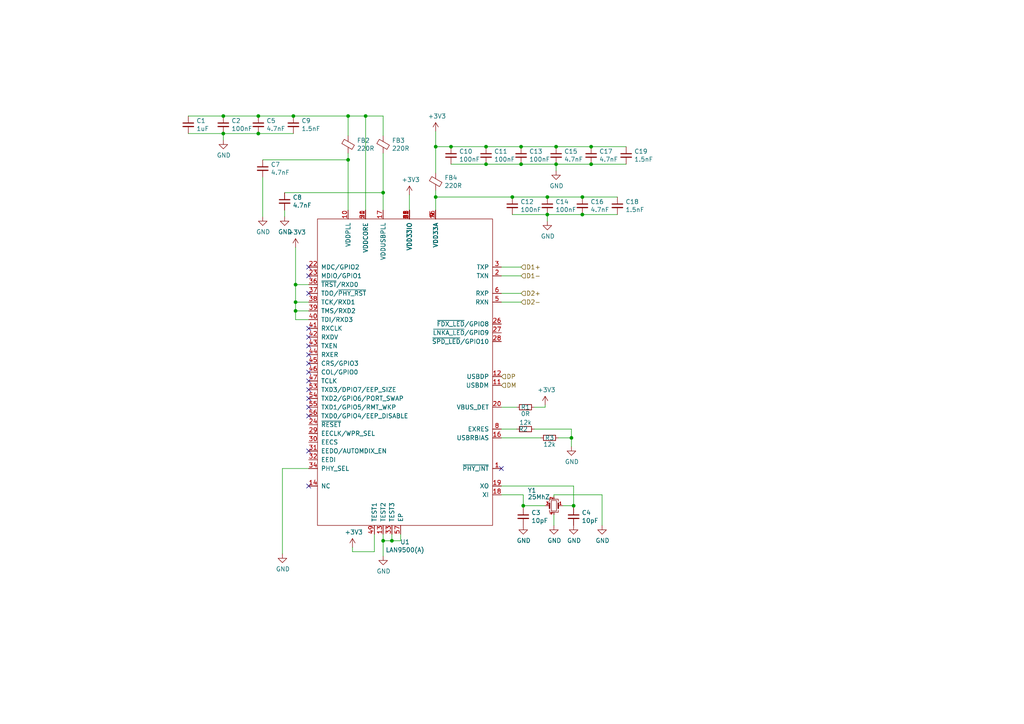
<source format=kicad_sch>
(kicad_sch (version 20211123) (generator eeschema)

  (uuid 5fc27c35-3e1c-4f96-817c-93b5570858a6)

  (paper "A4")

  (lib_symbols
    (symbol "Auto-Intern:LAN9500(A)" (pin_names (offset 1.016)) (in_bom yes) (on_board yes)
      (property "Reference" "U" (id 0) (at -12.7 12.7 0)
        (effects (font (size 1.27 1.27)))
      )
      (property "Value" "Auto-Intern_LAN9500(A)" (id 1) (at -12.7 12.7 0)
        (effects (font (size 1.27 1.27)))
      )
      (property "Footprint" "" (id 2) (at -12.7 12.7 0)
        (effects (font (size 1.27 1.27)) hide)
      )
      (property "Datasheet" "" (id 3) (at -12.7 12.7 0)
        (effects (font (size 1.27 1.27)) hide)
      )
      (symbol "LAN9500(A)_0_1"
        (rectangle (start 25.4 -50.8) (end -25.4 38.1)
          (stroke (width 0) (type default) (color 0 0 0 0))
          (fill (type none))
        )
      )
      (symbol "LAN9500(A)_1_1"
        (pin unspecified line (at 27.94 -34.29 180) (length 2.54)
          (name "~{PHY_INT}" (effects (font (size 1.27 1.27))))
          (number "1" (effects (font (size 1.27 1.27))))
        )
        (pin power_in line (at -16.51 40.64 270) (length 2.54)
          (name "VDDPLL" (effects (font (size 1.27 1.27))))
          (number "10" (effects (font (size 1.27 1.27))))
        )
        (pin unspecified line (at 27.94 -10.16 180) (length 2.54)
          (name "USBDM" (effects (font (size 1.27 1.27))))
          (number "11" (effects (font (size 1.27 1.27))))
        )
        (pin unspecified line (at 27.94 -7.62 180) (length 2.54)
          (name "USBDP" (effects (font (size 1.27 1.27))))
          (number "12" (effects (font (size 1.27 1.27))))
        )
        (pin unspecified line (at -6.35 -53.34 90) (length 2.54)
          (name "TEST2" (effects (font (size 1.27 1.27))))
          (number "13" (effects (font (size 1.27 1.27))))
        )
        (pin bidirectional line (at -27.94 -39.37 0) (length 2.54)
          (name "NC" (effects (font (size 1.27 1.27))))
          (number "14" (effects (font (size 1.27 1.27))))
        )
        (pin power_in line (at 8.89 40.64 270) (length 2.54)
          (name "VDD33A" (effects (font (size 1.27 1.27))))
          (number "15" (effects (font (size 1.27 1.27))))
        )
        (pin unspecified line (at 27.94 -25.4 180) (length 2.54)
          (name "USBRBIAS" (effects (font (size 1.27 1.27))))
          (number "16" (effects (font (size 1.27 1.27))))
        )
        (pin power_in line (at -6.35 40.64 270) (length 2.54)
          (name "VDDUSBPLL" (effects (font (size 1.27 1.27))))
          (number "17" (effects (font (size 1.27 1.27))))
        )
        (pin unspecified line (at 27.94 -41.91 180) (length 2.54)
          (name "XI" (effects (font (size 1.27 1.27))))
          (number "18" (effects (font (size 1.27 1.27))))
        )
        (pin unspecified line (at 27.94 -39.37 180) (length 2.54)
          (name "XO" (effects (font (size 1.27 1.27))))
          (number "19" (effects (font (size 1.27 1.27))))
        )
        (pin unspecified line (at 27.94 21.59 180) (length 2.54)
          (name "TXN" (effects (font (size 1.27 1.27))))
          (number "2" (effects (font (size 1.27 1.27))))
        )
        (pin unspecified line (at 27.94 -16.51 180) (length 2.54)
          (name "VBUS_DET" (effects (font (size 1.27 1.27))))
          (number "20" (effects (font (size 1.27 1.27))))
        )
        (pin power_out line (at -11.43 40.64 270) (length 2.54)
          (name "VDDCORE" (effects (font (size 1.27 1.27))))
          (number "21" (effects (font (size 1.27 1.27))))
        )
        (pin bidirectional line (at -27.94 24.13 0) (length 2.54)
          (name "MDC/GPIO2" (effects (font (size 1.27 1.27))))
          (number "22" (effects (font (size 1.27 1.27))))
        )
        (pin bidirectional line (at -27.94 21.59 0) (length 2.54)
          (name "MDIO/GPIO1" (effects (font (size 1.27 1.27))))
          (number "23" (effects (font (size 1.27 1.27))))
        )
        (pin bidirectional line (at -27.94 -21.59 0) (length 2.54)
          (name "~{RESET}" (effects (font (size 1.27 1.27))))
          (number "24" (effects (font (size 1.27 1.27))))
        )
        (pin power_in line (at 1.27 40.64 270) (length 2.54)
          (name "VDD33IO" (effects (font (size 1.27 1.27))))
          (number "25" (effects (font (size 1.27 1.27))))
        )
        (pin unspecified line (at 27.94 7.62 180) (length 2.54)
          (name "~{FDX_LED}/GPIO8" (effects (font (size 1.27 1.27))))
          (number "26" (effects (font (size 1.27 1.27))))
        )
        (pin unspecified line (at 27.94 5.08 180) (length 2.54)
          (name "~{LNKA_LED}/GPIO9" (effects (font (size 1.27 1.27))))
          (number "27" (effects (font (size 1.27 1.27))))
        )
        (pin unspecified line (at 27.94 2.54 180) (length 2.54)
          (name "~{SPD_LED}/GPIO10" (effects (font (size 1.27 1.27))))
          (number "28" (effects (font (size 1.27 1.27))))
        )
        (pin bidirectional line (at -27.94 -24.13 0) (length 2.54)
          (name "EECLK/WPR_SEL" (effects (font (size 1.27 1.27))))
          (number "29" (effects (font (size 1.27 1.27))))
        )
        (pin unspecified line (at 27.94 24.13 180) (length 2.54)
          (name "TXP" (effects (font (size 1.27 1.27))))
          (number "3" (effects (font (size 1.27 1.27))))
        )
        (pin bidirectional line (at -27.94 -26.67 0) (length 2.54)
          (name "EECS" (effects (font (size 1.27 1.27))))
          (number "30" (effects (font (size 1.27 1.27))))
        )
        (pin bidirectional line (at -27.94 -29.21 0) (length 2.54)
          (name "EEDO/AUTOMDIX_EN" (effects (font (size 1.27 1.27))))
          (number "31" (effects (font (size 1.27 1.27))))
        )
        (pin bidirectional line (at -27.94 -31.75 0) (length 2.54)
          (name "EEDI" (effects (font (size 1.27 1.27))))
          (number "32" (effects (font (size 1.27 1.27))))
        )
        (pin bidirectional line (at -3.81 -53.34 90) (length 2.54)
          (name "TEST3" (effects (font (size 1.27 1.27))))
          (number "33" (effects (font (size 1.27 1.27))))
        )
        (pin bidirectional line (at -27.94 -34.29 0) (length 2.54)
          (name "PHY_SEL" (effects (font (size 1.27 1.27))))
          (number "34" (effects (font (size 1.27 1.27))))
        )
        (pin power_in line (at 1.27 40.64 270) (length 2.54)
          (name "VDD33IO" (effects (font (size 1.27 1.27))))
          (number "35" (effects (font (size 1.27 1.27))))
        )
        (pin bidirectional line (at -27.94 19.05 0) (length 2.54)
          (name "~{TRST}/RXD0" (effects (font (size 1.27 1.27))))
          (number "36" (effects (font (size 1.27 1.27))))
        )
        (pin bidirectional line (at -27.94 16.51 0) (length 2.54)
          (name "TDO/~{PHY_RST}" (effects (font (size 1.27 1.27))))
          (number "37" (effects (font (size 1.27 1.27))))
        )
        (pin bidirectional line (at -27.94 13.97 0) (length 2.54)
          (name "TCK/RXD1" (effects (font (size 1.27 1.27))))
          (number "38" (effects (font (size 1.27 1.27))))
        )
        (pin bidirectional line (at -27.94 11.43 0) (length 2.54)
          (name "TMS/RXD2" (effects (font (size 1.27 1.27))))
          (number "39" (effects (font (size 1.27 1.27))))
        )
        (pin power_in line (at 8.89 40.64 270) (length 2.54)
          (name "VDD33A" (effects (font (size 1.27 1.27))))
          (number "4" (effects (font (size 1.27 1.27))))
        )
        (pin bidirectional line (at -27.94 8.89 0) (length 2.54)
          (name "TDI/RXD3" (effects (font (size 1.27 1.27))))
          (number "40" (effects (font (size 1.27 1.27))))
        )
        (pin bidirectional line (at -27.94 6.35 0) (length 2.54)
          (name "RXCLK" (effects (font (size 1.27 1.27))))
          (number "41" (effects (font (size 1.27 1.27))))
        )
        (pin bidirectional line (at -27.94 3.81 0) (length 2.54)
          (name "RXDV" (effects (font (size 1.27 1.27))))
          (number "42" (effects (font (size 1.27 1.27))))
        )
        (pin bidirectional line (at -27.94 1.27 0) (length 2.54)
          (name "TXEN" (effects (font (size 1.27 1.27))))
          (number "43" (effects (font (size 1.27 1.27))))
        )
        (pin bidirectional line (at -27.94 -1.27 0) (length 2.54)
          (name "RXER" (effects (font (size 1.27 1.27))))
          (number "44" (effects (font (size 1.27 1.27))))
        )
        (pin bidirectional line (at -27.94 -3.81 0) (length 2.54)
          (name "CRS/GPIO3" (effects (font (size 1.27 1.27))))
          (number "45" (effects (font (size 1.27 1.27))))
        )
        (pin bidirectional line (at -27.94 -6.35 0) (length 2.54)
          (name "COL/GPIO0" (effects (font (size 1.27 1.27))))
          (number "46" (effects (font (size 1.27 1.27))))
        )
        (pin bidirectional line (at -27.94 -8.89 0) (length 2.54)
          (name "TCLK" (effects (font (size 1.27 1.27))))
          (number "47" (effects (font (size 1.27 1.27))))
        )
        (pin power_in line (at 1.27 40.64 270) (length 2.54)
          (name "VDD33IO" (effects (font (size 1.27 1.27))))
          (number "48" (effects (font (size 1.27 1.27))))
        )
        (pin unspecified line (at -8.89 -53.34 90) (length 2.54)
          (name "TEST1" (effects (font (size 1.27 1.27))))
          (number "49" (effects (font (size 1.27 1.27))))
        )
        (pin unspecified line (at 27.94 13.97 180) (length 2.54)
          (name "RXN" (effects (font (size 1.27 1.27))))
          (number "5" (effects (font (size 1.27 1.27))))
        )
        (pin power_out line (at -11.43 40.64 270) (length 2.54)
          (name "VDDCORE" (effects (font (size 1.27 1.27))))
          (number "50" (effects (font (size 1.27 1.27))))
        )
        (pin power_in line (at 1.27 40.64 270) (length 2.54)
          (name "VDD33IO" (effects (font (size 1.27 1.27))))
          (number "51" (effects (font (size 1.27 1.27))))
        )
        (pin power_in line (at 1.27 40.64 270) (length 2.54)
          (name "VDD33IO" (effects (font (size 1.27 1.27))))
          (number "52" (effects (font (size 1.27 1.27))))
        )
        (pin bidirectional line (at -27.94 -11.43 0) (length 2.54)
          (name "TXD3/DPIO7/EEP_SIZE" (effects (font (size 1.27 1.27))))
          (number "53" (effects (font (size 1.27 1.27))))
        )
        (pin bidirectional line (at -27.94 -13.97 0) (length 2.54)
          (name "TXD2/GPIO6/PORT_SWAP" (effects (font (size 1.27 1.27))))
          (number "54" (effects (font (size 1.27 1.27))))
        )
        (pin bidirectional line (at -27.94 -16.51 0) (length 2.54)
          (name "TXD1/GPIO5/RMT_WKP" (effects (font (size 1.27 1.27))))
          (number "55" (effects (font (size 1.27 1.27))))
        )
        (pin bidirectional line (at -27.94 -19.05 0) (length 2.54)
          (name "TXD0/GPIO4/EEP_DISABLE" (effects (font (size 1.27 1.27))))
          (number "56" (effects (font (size 1.27 1.27))))
        )
        (pin unspecified line (at -1.27 -53.34 90) (length 2.54)
          (name "EP" (effects (font (size 1.27 1.27))))
          (number "57" (effects (font (size 1.27 1.27))))
        )
        (pin unspecified line (at 27.94 16.51 180) (length 2.54)
          (name "RXP" (effects (font (size 1.27 1.27))))
          (number "6" (effects (font (size 1.27 1.27))))
        )
        (pin power_in line (at 8.89 40.64 270) (length 2.54)
          (name "VDD33A" (effects (font (size 1.27 1.27))))
          (number "7" (effects (font (size 1.27 1.27))))
        )
        (pin unspecified line (at 27.94 -22.86 180) (length 2.54)
          (name "EXRES" (effects (font (size 1.27 1.27))))
          (number "8" (effects (font (size 1.27 1.27))))
        )
        (pin power_in line (at 8.89 40.64 270) (length 2.54)
          (name "VDD33A" (effects (font (size 1.27 1.27))))
          (number "9" (effects (font (size 1.27 1.27))))
        )
      )
    )
    (symbol "Device:C_Small" (pin_numbers hide) (pin_names (offset 0.254) hide) (in_bom yes) (on_board yes)
      (property "Reference" "C" (id 0) (at 0.254 1.778 0)
        (effects (font (size 1.27 1.27)) (justify left))
      )
      (property "Value" "C_Small" (id 1) (at 0.254 -2.032 0)
        (effects (font (size 1.27 1.27)) (justify left))
      )
      (property "Footprint" "" (id 2) (at 0 0 0)
        (effects (font (size 1.27 1.27)) hide)
      )
      (property "Datasheet" "~" (id 3) (at 0 0 0)
        (effects (font (size 1.27 1.27)) hide)
      )
      (property "ki_keywords" "capacitor cap" (id 4) (at 0 0 0)
        (effects (font (size 1.27 1.27)) hide)
      )
      (property "ki_description" "Unpolarized capacitor, small symbol" (id 5) (at 0 0 0)
        (effects (font (size 1.27 1.27)) hide)
      )
      (property "ki_fp_filters" "C_*" (id 6) (at 0 0 0)
        (effects (font (size 1.27 1.27)) hide)
      )
      (symbol "C_Small_0_1"
        (polyline
          (pts
            (xy -1.524 -0.508)
            (xy 1.524 -0.508)
          )
          (stroke (width 0.3302) (type default) (color 0 0 0 0))
          (fill (type none))
        )
        (polyline
          (pts
            (xy -1.524 0.508)
            (xy 1.524 0.508)
          )
          (stroke (width 0.3048) (type default) (color 0 0 0 0))
          (fill (type none))
        )
      )
      (symbol "C_Small_1_1"
        (pin passive line (at 0 2.54 270) (length 2.032)
          (name "~" (effects (font (size 1.27 1.27))))
          (number "1" (effects (font (size 1.27 1.27))))
        )
        (pin passive line (at 0 -2.54 90) (length 2.032)
          (name "~" (effects (font (size 1.27 1.27))))
          (number "2" (effects (font (size 1.27 1.27))))
        )
      )
    )
    (symbol "Device:Crystal_GND24_Small" (pin_names (offset 1.016) hide) (in_bom yes) (on_board yes)
      (property "Reference" "Y" (id 0) (at 1.27 4.445 0)
        (effects (font (size 1.27 1.27)) (justify left))
      )
      (property "Value" "Crystal_GND24_Small" (id 1) (at 1.27 2.54 0)
        (effects (font (size 1.27 1.27)) (justify left))
      )
      (property "Footprint" "" (id 2) (at 0 0 0)
        (effects (font (size 1.27 1.27)) hide)
      )
      (property "Datasheet" "~" (id 3) (at 0 0 0)
        (effects (font (size 1.27 1.27)) hide)
      )
      (property "ki_keywords" "quartz ceramic resonator oscillator" (id 4) (at 0 0 0)
        (effects (font (size 1.27 1.27)) hide)
      )
      (property "ki_description" "Four pin crystal, GND on pins 2 and 4, small symbol" (id 5) (at 0 0 0)
        (effects (font (size 1.27 1.27)) hide)
      )
      (property "ki_fp_filters" "Crystal*" (id 6) (at 0 0 0)
        (effects (font (size 1.27 1.27)) hide)
      )
      (symbol "Crystal_GND24_Small_0_1"
        (rectangle (start -0.762 -1.524) (end 0.762 1.524)
          (stroke (width 0) (type default) (color 0 0 0 0))
          (fill (type none))
        )
        (polyline
          (pts
            (xy -1.27 -0.762)
            (xy -1.27 0.762)
          )
          (stroke (width 0.381) (type default) (color 0 0 0 0))
          (fill (type none))
        )
        (polyline
          (pts
            (xy 1.27 -0.762)
            (xy 1.27 0.762)
          )
          (stroke (width 0.381) (type default) (color 0 0 0 0))
          (fill (type none))
        )
        (polyline
          (pts
            (xy -1.27 -1.27)
            (xy -1.27 -1.905)
            (xy 1.27 -1.905)
            (xy 1.27 -1.27)
          )
          (stroke (width 0) (type default) (color 0 0 0 0))
          (fill (type none))
        )
        (polyline
          (pts
            (xy -1.27 1.27)
            (xy -1.27 1.905)
            (xy 1.27 1.905)
            (xy 1.27 1.27)
          )
          (stroke (width 0) (type default) (color 0 0 0 0))
          (fill (type none))
        )
      )
      (symbol "Crystal_GND24_Small_1_1"
        (pin passive line (at -2.54 0 0) (length 1.27)
          (name "1" (effects (font (size 1.27 1.27))))
          (number "1" (effects (font (size 0.762 0.762))))
        )
        (pin passive line (at 0 -2.54 90) (length 0.635)
          (name "2" (effects (font (size 1.27 1.27))))
          (number "2" (effects (font (size 0.762 0.762))))
        )
        (pin passive line (at 2.54 0 180) (length 1.27)
          (name "3" (effects (font (size 1.27 1.27))))
          (number "3" (effects (font (size 0.762 0.762))))
        )
        (pin passive line (at 0 2.54 270) (length 0.635)
          (name "4" (effects (font (size 1.27 1.27))))
          (number "4" (effects (font (size 0.762 0.762))))
        )
      )
    )
    (symbol "Device:Ferrite_Bead_Small" (pin_numbers hide) (pin_names (offset 0)) (in_bom yes) (on_board yes)
      (property "Reference" "FB" (id 0) (at 1.905 1.27 0)
        (effects (font (size 1.27 1.27)) (justify left))
      )
      (property "Value" "Device_Ferrite_Bead_Small" (id 1) (at 1.905 -1.27 0)
        (effects (font (size 1.27 1.27)) (justify left))
      )
      (property "Footprint" "" (id 2) (at -1.778 0 90)
        (effects (font (size 1.27 1.27)) hide)
      )
      (property "Datasheet" "" (id 3) (at 0 0 0)
        (effects (font (size 1.27 1.27)) hide)
      )
      (property "ki_fp_filters" "Inductor_* L_* *Ferrite*" (id 4) (at 0 0 0)
        (effects (font (size 1.27 1.27)) hide)
      )
      (symbol "Ferrite_Bead_Small_0_1"
        (polyline
          (pts
            (xy 0 -1.27)
            (xy 0 -0.7874)
          )
          (stroke (width 0) (type default) (color 0 0 0 0))
          (fill (type none))
        )
        (polyline
          (pts
            (xy 0 0.889)
            (xy 0 1.2954)
          )
          (stroke (width 0) (type default) (color 0 0 0 0))
          (fill (type none))
        )
        (polyline
          (pts
            (xy -1.8288 0.2794)
            (xy -1.1176 1.4986)
            (xy 1.8288 -0.2032)
            (xy 1.1176 -1.4224)
            (xy -1.8288 0.2794)
          )
          (stroke (width 0) (type default) (color 0 0 0 0))
          (fill (type none))
        )
      )
      (symbol "Ferrite_Bead_Small_1_1"
        (pin passive line (at 0 2.54 270) (length 1.27)
          (name "~" (effects (font (size 1.27 1.27))))
          (number "1" (effects (font (size 1.27 1.27))))
        )
        (pin passive line (at 0 -2.54 90) (length 1.27)
          (name "~" (effects (font (size 1.27 1.27))))
          (number "2" (effects (font (size 1.27 1.27))))
        )
      )
    )
    (symbol "Device:R_Small" (pin_numbers hide) (pin_names (offset 0.254) hide) (in_bom yes) (on_board yes)
      (property "Reference" "R" (id 0) (at 0.762 0.508 0)
        (effects (font (size 1.27 1.27)) (justify left))
      )
      (property "Value" "R_Small" (id 1) (at 0.762 -1.016 0)
        (effects (font (size 1.27 1.27)) (justify left))
      )
      (property "Footprint" "" (id 2) (at 0 0 0)
        (effects (font (size 1.27 1.27)) hide)
      )
      (property "Datasheet" "~" (id 3) (at 0 0 0)
        (effects (font (size 1.27 1.27)) hide)
      )
      (property "ki_keywords" "R resistor" (id 4) (at 0 0 0)
        (effects (font (size 1.27 1.27)) hide)
      )
      (property "ki_description" "Resistor, small symbol" (id 5) (at 0 0 0)
        (effects (font (size 1.27 1.27)) hide)
      )
      (property "ki_fp_filters" "R_*" (id 6) (at 0 0 0)
        (effects (font (size 1.27 1.27)) hide)
      )
      (symbol "R_Small_0_1"
        (rectangle (start -0.762 1.778) (end 0.762 -1.778)
          (stroke (width 0.2032) (type default) (color 0 0 0 0))
          (fill (type none))
        )
      )
      (symbol "R_Small_1_1"
        (pin passive line (at 0 2.54 270) (length 0.762)
          (name "~" (effects (font (size 1.27 1.27))))
          (number "1" (effects (font (size 1.27 1.27))))
        )
        (pin passive line (at 0 -2.54 90) (length 0.762)
          (name "~" (effects (font (size 1.27 1.27))))
          (number "2" (effects (font (size 1.27 1.27))))
        )
      )
    )
    (symbol "power:+3.3V" (power) (pin_names (offset 0)) (in_bom yes) (on_board yes)
      (property "Reference" "#PWR" (id 0) (at 0 -3.81 0)
        (effects (font (size 1.27 1.27)) hide)
      )
      (property "Value" "+3.3V" (id 1) (at 0 3.556 0)
        (effects (font (size 1.27 1.27)))
      )
      (property "Footprint" "" (id 2) (at 0 0 0)
        (effects (font (size 1.27 1.27)) hide)
      )
      (property "Datasheet" "" (id 3) (at 0 0 0)
        (effects (font (size 1.27 1.27)) hide)
      )
      (property "ki_keywords" "power-flag" (id 4) (at 0 0 0)
        (effects (font (size 1.27 1.27)) hide)
      )
      (property "ki_description" "Power symbol creates a global label with name \"+3.3V\"" (id 5) (at 0 0 0)
        (effects (font (size 1.27 1.27)) hide)
      )
      (symbol "+3.3V_0_1"
        (polyline
          (pts
            (xy -0.762 1.27)
            (xy 0 2.54)
          )
          (stroke (width 0) (type default) (color 0 0 0 0))
          (fill (type none))
        )
        (polyline
          (pts
            (xy 0 0)
            (xy 0 2.54)
          )
          (stroke (width 0) (type default) (color 0 0 0 0))
          (fill (type none))
        )
        (polyline
          (pts
            (xy 0 2.54)
            (xy 0.762 1.27)
          )
          (stroke (width 0) (type default) (color 0 0 0 0))
          (fill (type none))
        )
      )
      (symbol "+3.3V_1_1"
        (pin power_in line (at 0 0 90) (length 0) hide
          (name "+3V3" (effects (font (size 1.27 1.27))))
          (number "1" (effects (font (size 1.27 1.27))))
        )
      )
    )
    (symbol "power:GND" (power) (pin_names (offset 0)) (in_bom yes) (on_board yes)
      (property "Reference" "#PWR" (id 0) (at 0 -6.35 0)
        (effects (font (size 1.27 1.27)) hide)
      )
      (property "Value" "GND" (id 1) (at 0 -3.81 0)
        (effects (font (size 1.27 1.27)))
      )
      (property "Footprint" "" (id 2) (at 0 0 0)
        (effects (font (size 1.27 1.27)) hide)
      )
      (property "Datasheet" "" (id 3) (at 0 0 0)
        (effects (font (size 1.27 1.27)) hide)
      )
      (property "ki_keywords" "power-flag" (id 4) (at 0 0 0)
        (effects (font (size 1.27 1.27)) hide)
      )
      (property "ki_description" "Power symbol creates a global label with name \"GND\" , ground" (id 5) (at 0 0 0)
        (effects (font (size 1.27 1.27)) hide)
      )
      (symbol "GND_0_1"
        (polyline
          (pts
            (xy 0 0)
            (xy 0 -1.27)
            (xy 1.27 -1.27)
            (xy 0 -2.54)
            (xy -1.27 -1.27)
            (xy 0 -1.27)
          )
          (stroke (width 0) (type default) (color 0 0 0 0))
          (fill (type none))
        )
      )
      (symbol "GND_1_1"
        (pin power_in line (at 0 0 270) (length 0) hide
          (name "GND" (effects (font (size 1.27 1.27))))
          (number "1" (effects (font (size 1.27 1.27))))
        )
      )
    )
  )

  (junction (at 74.93 38.735) (diameter 0) (color 0 0 0 0)
    (uuid 099096e4-8c2a-4d84-a16f-06b4b6330e7a)
  )
  (junction (at 100.965 46.355) (diameter 0) (color 0 0 0 0)
    (uuid 0e8f7fc0-2ef2-4b90-9c15-8a3a601ee459)
  )
  (junction (at 151.765 146.685) (diameter 0) (color 0 0 0 0)
    (uuid 0fdc6f30-77bc-4e9b-8665-c8aa9acf5bf9)
  )
  (junction (at 140.97 47.625) (diameter 0) (color 0 0 0 0)
    (uuid 19c56563-5fe3-442a-885b-418dbc2421eb)
  )
  (junction (at 74.93 33.655) (diameter 0) (color 0 0 0 0)
    (uuid 1e518c2a-4cb7-4599-a1fa-5b9f847da7d3)
  )
  (junction (at 168.91 57.15) (diameter 0) (color 0 0 0 0)
    (uuid 1f3003e6-dce5-420f-906b-3f1e92b67249)
  )
  (junction (at 85.725 82.55) (diameter 0) (color 0 0 0 0)
    (uuid 4a4ec8d9-3d72-4952-83d4-808f65849a2b)
  )
  (junction (at 171.45 42.545) (diameter 0) (color 0 0 0 0)
    (uuid 5114c7bf-b955-49f3-a0a8-4b954c81bde0)
  )
  (junction (at 85.725 90.17) (diameter 0) (color 0 0 0 0)
    (uuid 5528bcad-2950-4673-90eb-c37e6952c475)
  )
  (junction (at 171.45 47.625) (diameter 0) (color 0 0 0 0)
    (uuid 57c0c267-8bf9-4cc7-b734-d71a239ac313)
  )
  (junction (at 85.725 87.63) (diameter 0) (color 0 0 0 0)
    (uuid 66043bca-a260-4915-9fce-8a51d324c687)
  )
  (junction (at 111.125 156.845) (diameter 0) (color 0 0 0 0)
    (uuid 704d6d51-bb34-4cbf-83d8-841e208048d8)
  )
  (junction (at 126.365 42.545) (diameter 0) (color 0 0 0 0)
    (uuid 770ad51a-7219-4633-b24a-bd20feb0a6c5)
  )
  (junction (at 140.97 42.545) (diameter 0) (color 0 0 0 0)
    (uuid 789ca812-3e0c-4a3f-97bc-a916dd9bce80)
  )
  (junction (at 161.29 47.625) (diameter 0) (color 0 0 0 0)
    (uuid 7cee474b-af8f-4832-b07a-c43c1ab0b464)
  )
  (junction (at 85.09 33.655) (diameter 0) (color 0 0 0 0)
    (uuid 7f2301df-e4bc-479e-a681-cc59c9a2dbbb)
  )
  (junction (at 168.91 62.23) (diameter 0) (color 0 0 0 0)
    (uuid 8c514922-ffe1-4e37-a260-e807409f2e0d)
  )
  (junction (at 158.75 57.15) (diameter 0) (color 0 0 0 0)
    (uuid 8ca3e20d-bcc7-4c5e-9deb-562dfed9fecb)
  )
  (junction (at 106.045 33.655) (diameter 0) (color 0 0 0 0)
    (uuid a6b7df29-bcf8-46a9-b623-7eaac47f5110)
  )
  (junction (at 166.37 146.685) (diameter 0) (color 0 0 0 0)
    (uuid c76d4423-ef1b-4a6f-8176-33d65f2877bb)
  )
  (junction (at 151.13 47.625) (diameter 0) (color 0 0 0 0)
    (uuid c7e7067c-5f5e-48d8-ab59-df26f9b35863)
  )
  (junction (at 126.365 57.15) (diameter 0) (color 0 0 0 0)
    (uuid c8c79177-94d4-43e2-a654-f0a5554fbb68)
  )
  (junction (at 64.77 38.735) (diameter 0) (color 0 0 0 0)
    (uuid ca5a4651-0d1d-441b-b17d-01518ef3b656)
  )
  (junction (at 151.13 42.545) (diameter 0) (color 0 0 0 0)
    (uuid cdfb07af-801b-44ba-8c30-d021a6ad3039)
  )
  (junction (at 64.77 33.655) (diameter 0) (color 0 0 0 0)
    (uuid d0d2eee9-31f6-44fa-8149-ebb4dc2dc0dc)
  )
  (junction (at 148.59 57.15) (diameter 0) (color 0 0 0 0)
    (uuid d3c11c8f-a73d-4211-934b-a6da255728ad)
  )
  (junction (at 158.75 62.23) (diameter 0) (color 0 0 0 0)
    (uuid d5641ac9-9be7-46bf-90b3-6c83d852b5ba)
  )
  (junction (at 130.81 42.545) (diameter 0) (color 0 0 0 0)
    (uuid db36f6e3-e72a-487f-bda9-88cc84536f62)
  )
  (junction (at 165.735 127) (diameter 0) (color 0 0 0 0)
    (uuid e3fc1e69-a11c-4c84-8952-fefb9372474e)
  )
  (junction (at 100.965 33.655) (diameter 0) (color 0 0 0 0)
    (uuid e65b62be-e01b-4688-a999-1d1be370c4ae)
  )
  (junction (at 161.29 42.545) (diameter 0) (color 0 0 0 0)
    (uuid f202141e-c20d-4cac-b016-06a44f2ecce8)
  )
  (junction (at 113.665 156.845) (diameter 0) (color 0 0 0 0)
    (uuid f71da641-16e6-4257-80c3-0b9d804fee4f)
  )
  (junction (at 111.125 55.88) (diameter 0) (color 0 0 0 0)
    (uuid feb26ecb-9193-46ea-a41b-d09305bf0a3e)
  )

  (no_connect (at 89.535 105.41) (uuid 1a1ab354-5f85-45f9-938c-9f6c4c8c3ea2))
  (no_connect (at 89.535 77.47) (uuid 240e07e1-770b-4b27-894f-29fd601c924d))
  (no_connect (at 89.535 113.03) (uuid 2d210a96-f81f-42a9-8bf4-1b43c11086f3))
  (no_connect (at 89.535 120.65) (uuid 4c8eb964-bdf4-44de-90e9-e2ab82dd5313))
  (no_connect (at 89.535 95.25) (uuid 666713b0-70f4-42df-8761-f65bc212d03b))
  (no_connect (at 89.535 107.95) (uuid 6c2e273e-743c-4f1e-a647-4171f8122550))
  (no_connect (at 89.535 102.87) (uuid 7aed3a71-054b-4aaa-9c0a-030523c32827))
  (no_connect (at 89.535 97.79) (uuid 7dc880bc-e7eb-4cce-8d8c-0b65a9dd788e))
  (no_connect (at 89.535 85.09) (uuid 7edc9030-db7b-43ac-a1b3-b87eeacb4c2d))
  (no_connect (at 89.535 100.33) (uuid 9157f4ae-0244-4ff1-9f73-3cb4cbb5f280))
  (no_connect (at 89.535 140.97) (uuid 94a873dc-af67-4ef9-8159-1f7c93eeb3d7))
  (no_connect (at 89.535 115.57) (uuid 9bb20359-0f8b-45bc-9d38-6626ed3a939d))
  (no_connect (at 89.535 118.11) (uuid aa14c3bd-4acc-4908-9d28-228585a22a9d))
  (no_connect (at 89.535 130.81) (uuid b88717bd-086f-46cd-9d3f-0396009d0996))
  (no_connect (at 145.415 135.89) (uuid cb16d05e-318b-4e51-867b-70d791d75bea))
  (no_connect (at 89.535 110.49) (uuid e857610b-4434-4144-b04e-43c1ebdc5ceb))
  (no_connect (at 89.535 80.01) (uuid f2c93195-af12-4d3e-acdf-bdd0ff675c24))

  (wire (pts (xy 151.13 80.01) (xy 145.415 80.01))
    (stroke (width 0) (type default) (color 0 0 0 0))
    (uuid 009a4fb4-fcc0-4623-ae5d-c1bae3219583)
  )
  (wire (pts (xy 145.415 140.97) (xy 166.37 140.97))
    (stroke (width 0) (type default) (color 0 0 0 0))
    (uuid 03c7f780-fc1b-487a-b30d-567d6c09fdc8)
  )
  (wire (pts (xy 158.75 57.15) (xy 148.59 57.15))
    (stroke (width 0) (type default) (color 0 0 0 0))
    (uuid 03caada9-9e22-4e2d-9035-b15433dfbb17)
  )
  (wire (pts (xy 89.535 82.55) (xy 85.725 82.55))
    (stroke (width 0) (type default) (color 0 0 0 0))
    (uuid 08a7c925-7fae-4530-b0c9-120e185cb318)
  )
  (wire (pts (xy 151.765 146.685) (xy 151.765 143.51))
    (stroke (width 0) (type default) (color 0 0 0 0))
    (uuid 0ae82096-0994-4fb0-9a2a-d4ac4804abac)
  )
  (wire (pts (xy 111.125 156.845) (xy 113.665 156.845))
    (stroke (width 0) (type default) (color 0 0 0 0))
    (uuid 0eaa98f0-9565-4637-ace3-42a5231b07f7)
  )
  (wire (pts (xy 111.125 161.29) (xy 111.125 156.845))
    (stroke (width 0) (type default) (color 0 0 0 0))
    (uuid 0f22151c-f260-4674-b486-4710a2c42a55)
  )
  (wire (pts (xy 168.91 57.15) (xy 158.75 57.15))
    (stroke (width 0) (type default) (color 0 0 0 0))
    (uuid 0ff508fd-18da-4ab7-9844-3c8a28c2587e)
  )
  (wire (pts (xy 116.205 156.845) (xy 116.205 154.94))
    (stroke (width 0) (type default) (color 0 0 0 0))
    (uuid 127679a9-3981-4934-815e-896a4e3ff56e)
  )
  (wire (pts (xy 130.81 47.625) (xy 140.97 47.625))
    (stroke (width 0) (type default) (color 0 0 0 0))
    (uuid 14769dc5-8525-4984-8b15-a734ee247efa)
  )
  (wire (pts (xy 126.365 42.545) (xy 126.365 50.165))
    (stroke (width 0) (type default) (color 0 0 0 0))
    (uuid 16a9ae8c-3ad2-439b-8efe-377c994670c7)
  )
  (wire (pts (xy 76.2 51.435) (xy 76.2 62.865))
    (stroke (width 0) (type default) (color 0 0 0 0))
    (uuid 173f6f06-e7d0-42ac-ab03-ce6b79b9eeee)
  )
  (wire (pts (xy 161.29 42.545) (xy 151.13 42.545))
    (stroke (width 0) (type default) (color 0 0 0 0))
    (uuid 182b2d54-931d-49d6-9f39-60a752623e36)
  )
  (wire (pts (xy 148.59 62.23) (xy 158.75 62.23))
    (stroke (width 0) (type default) (color 0 0 0 0))
    (uuid 1e8701fc-ad24-40ea-846a-e3db538d6077)
  )
  (wire (pts (xy 160.655 144.145) (xy 160.655 143.51))
    (stroke (width 0) (type default) (color 0 0 0 0))
    (uuid 1f8b2c0c-b042-4e2e-80f6-4959a27b238f)
  )
  (wire (pts (xy 165.735 127) (xy 161.925 127))
    (stroke (width 0) (type default) (color 0 0 0 0))
    (uuid 20cca02e-4c4d-4961-b6b4-b40a1731b220)
  )
  (wire (pts (xy 140.97 47.625) (xy 151.13 47.625))
    (stroke (width 0) (type default) (color 0 0 0 0))
    (uuid 21ae9c3a-7138-444e-be38-56a4842ab594)
  )
  (wire (pts (xy 108.585 160.02) (xy 108.585 154.94))
    (stroke (width 0) (type default) (color 0 0 0 0))
    (uuid 262f1ea9-0133-4b43-be36-456207ea857c)
  )
  (wire (pts (xy 145.415 118.11) (xy 149.86 118.11))
    (stroke (width 0) (type default) (color 0 0 0 0))
    (uuid 2846428d-39de-4eae-8ce2-64955d56c493)
  )
  (wire (pts (xy 81.915 135.89) (xy 89.535 135.89))
    (stroke (width 0) (type default) (color 0 0 0 0))
    (uuid 29e78086-2175-405e-9ba3-c48766d2f50c)
  )
  (wire (pts (xy 85.725 90.17) (xy 85.725 92.71))
    (stroke (width 0) (type default) (color 0 0 0 0))
    (uuid 2d6db888-4e40-41c8-b701-07170fc894bc)
  )
  (wire (pts (xy 171.45 42.545) (xy 161.29 42.545))
    (stroke (width 0) (type default) (color 0 0 0 0))
    (uuid 2dc272bd-3aa2-45b5-889d-1d3c8aac80f8)
  )
  (wire (pts (xy 82.55 55.88) (xy 111.125 55.88))
    (stroke (width 0) (type default) (color 0 0 0 0))
    (uuid 2e842263-c0ba-46fd-a760-6624d4c78278)
  )
  (wire (pts (xy 85.725 71.755) (xy 85.725 82.55))
    (stroke (width 0) (type default) (color 0 0 0 0))
    (uuid 31e08896-1992-4725-96d9-9d2728bca7a3)
  )
  (wire (pts (xy 85.09 33.655) (xy 74.93 33.655))
    (stroke (width 0) (type default) (color 0 0 0 0))
    (uuid 34a74736-156e-4bf3-9200-cd137cfa59da)
  )
  (wire (pts (xy 151.13 87.63) (xy 145.415 87.63))
    (stroke (width 0) (type default) (color 0 0 0 0))
    (uuid 37f31dec-63fc-4634-a141-5dc5d2b60fe4)
  )
  (wire (pts (xy 111.125 55.88) (xy 111.125 60.96))
    (stroke (width 0) (type default) (color 0 0 0 0))
    (uuid 382ca670-6ae8-4de6-90f9-f241d1337171)
  )
  (wire (pts (xy 126.365 55.245) (xy 126.365 57.15))
    (stroke (width 0) (type default) (color 0 0 0 0))
    (uuid 3e903008-0276-4a73-8edb-5d9dfde6297c)
  )
  (wire (pts (xy 168.91 62.23) (xy 179.07 62.23))
    (stroke (width 0) (type default) (color 0 0 0 0))
    (uuid 40976bf0-19de-460f-ad64-224d4f51e16b)
  )
  (wire (pts (xy 145.415 143.51) (xy 151.765 143.51))
    (stroke (width 0) (type default) (color 0 0 0 0))
    (uuid 4107d40a-e5df-4255-aacc-13f9928e090c)
  )
  (wire (pts (xy 76.2 46.355) (xy 100.965 46.355))
    (stroke (width 0) (type default) (color 0 0 0 0))
    (uuid 4632212f-13ce-4392-bc68-ccb9ba333770)
  )
  (wire (pts (xy 113.665 154.94) (xy 113.665 156.845))
    (stroke (width 0) (type default) (color 0 0 0 0))
    (uuid 48ab88d7-7084-4d02-b109-3ad55a30bb11)
  )
  (wire (pts (xy 165.735 127) (xy 165.735 124.46))
    (stroke (width 0) (type default) (color 0 0 0 0))
    (uuid 5487601b-81d3-4c70-8f3d-cf9df9c63302)
  )
  (wire (pts (xy 145.415 127) (xy 156.845 127))
    (stroke (width 0) (type default) (color 0 0 0 0))
    (uuid 597a11f2-5d2c-4a65-ac95-38ad106e1367)
  )
  (wire (pts (xy 171.45 47.625) (xy 181.61 47.625))
    (stroke (width 0) (type default) (color 0 0 0 0))
    (uuid 5ca4be1c-537e-4a4a-b344-d0c8ffde8546)
  )
  (wire (pts (xy 54.61 38.735) (xy 64.77 38.735))
    (stroke (width 0) (type default) (color 0 0 0 0))
    (uuid 6284122b-79c3-4e04-925e-3d32cc3ec077)
  )
  (wire (pts (xy 148.59 57.15) (xy 126.365 57.15))
    (stroke (width 0) (type default) (color 0 0 0 0))
    (uuid 639c0e59-e95c-4114-bccd-2e7277505454)
  )
  (wire (pts (xy 118.745 56.515) (xy 118.745 60.96))
    (stroke (width 0) (type default) (color 0 0 0 0))
    (uuid 63ff1c93-3f96-4c33-b498-5dd8c33bccc0)
  )
  (wire (pts (xy 85.725 87.63) (xy 89.535 87.63))
    (stroke (width 0) (type default) (color 0 0 0 0))
    (uuid 6441b183-b8f2-458f-a23d-60e2b1f66dd6)
  )
  (wire (pts (xy 74.93 33.655) (xy 64.77 33.655))
    (stroke (width 0) (type default) (color 0 0 0 0))
    (uuid 644ae9fc-3c8e-4089-866e-a12bf371c3e9)
  )
  (wire (pts (xy 64.77 40.64) (xy 64.77 38.735))
    (stroke (width 0) (type default) (color 0 0 0 0))
    (uuid 65134029-dbd2-409a-85a8-13c2a33ff019)
  )
  (wire (pts (xy 174.625 143.51) (xy 174.625 152.4))
    (stroke (width 0) (type default) (color 0 0 0 0))
    (uuid 700e8b73-5976-423f-a3f3-ab3d9f3e9760)
  )
  (wire (pts (xy 166.37 147.32) (xy 166.37 146.685))
    (stroke (width 0) (type default) (color 0 0 0 0))
    (uuid 79e31048-072a-4a40-a625-26bb0b5f046b)
  )
  (wire (pts (xy 111.125 44.45) (xy 111.125 55.88))
    (stroke (width 0) (type default) (color 0 0 0 0))
    (uuid 7a4ce4b3-518a-4819-b8b2-5127b3347c64)
  )
  (wire (pts (xy 85.725 92.71) (xy 89.535 92.71))
    (stroke (width 0) (type default) (color 0 0 0 0))
    (uuid 7bbf981c-a063-4e30-8911-e4228e1c0743)
  )
  (wire (pts (xy 106.045 33.655) (xy 106.045 60.96))
    (stroke (width 0) (type default) (color 0 0 0 0))
    (uuid 7f52d787-caa3-4a92-b1b2-19d554dc29a4)
  )
  (wire (pts (xy 100.965 39.37) (xy 100.965 33.655))
    (stroke (width 0) (type default) (color 0 0 0 0))
    (uuid 814763c2-92e5-4a2c-941c-9bbd073f6e87)
  )
  (wire (pts (xy 111.125 154.94) (xy 111.125 156.845))
    (stroke (width 0) (type default) (color 0 0 0 0))
    (uuid 8174b4de-74b1-48db-ab8e-c8432251095b)
  )
  (wire (pts (xy 100.965 33.655) (xy 106.045 33.655))
    (stroke (width 0) (type default) (color 0 0 0 0))
    (uuid 82be7aae-5d06-4178-8c3e-98760c41b054)
  )
  (wire (pts (xy 85.725 90.17) (xy 89.535 90.17))
    (stroke (width 0) (type default) (color 0 0 0 0))
    (uuid 852dabbf-de45-4470-8176-59d37a754407)
  )
  (wire (pts (xy 161.29 47.625) (xy 171.45 47.625))
    (stroke (width 0) (type default) (color 0 0 0 0))
    (uuid 853ee787-6e2c-4f32-bc75-6c17337dd3d5)
  )
  (wire (pts (xy 74.93 38.735) (xy 85.09 38.735))
    (stroke (width 0) (type default) (color 0 0 0 0))
    (uuid 87d7448e-e139-4209-ae0b-372f805267da)
  )
  (wire (pts (xy 102.235 158.75) (xy 102.235 160.02))
    (stroke (width 0) (type default) (color 0 0 0 0))
    (uuid 89e83c2e-e90a-4a50-b278-880bac0cfb49)
  )
  (wire (pts (xy 82.55 62.865) (xy 82.55 60.96))
    (stroke (width 0) (type default) (color 0 0 0 0))
    (uuid 8c0807a7-765b-4fa5-baaa-e09a2b610e6b)
  )
  (wire (pts (xy 151.13 85.09) (xy 145.415 85.09))
    (stroke (width 0) (type default) (color 0 0 0 0))
    (uuid 91c1eb0a-67ae-4ef0-95ce-d060a03a7313)
  )
  (wire (pts (xy 145.415 124.46) (xy 149.86 124.46))
    (stroke (width 0) (type default) (color 0 0 0 0))
    (uuid 926001fd-2747-4639-8c0f-4fc46ff7218d)
  )
  (wire (pts (xy 151.13 47.625) (xy 161.29 47.625))
    (stroke (width 0) (type default) (color 0 0 0 0))
    (uuid 9cb12cc8-7f1a-4a01-9256-c119f11a8a02)
  )
  (wire (pts (xy 64.77 38.735) (xy 74.93 38.735))
    (stroke (width 0) (type default) (color 0 0 0 0))
    (uuid a13ab237-8f8d-4e16-8c47-4440653b8534)
  )
  (wire (pts (xy 126.365 57.15) (xy 126.365 60.96))
    (stroke (width 0) (type default) (color 0 0 0 0))
    (uuid a15a7506-eae4-4933-84da-9ad754258706)
  )
  (wire (pts (xy 151.13 42.545) (xy 140.97 42.545))
    (stroke (width 0) (type default) (color 0 0 0 0))
    (uuid a17904b9-135e-4dae-ae20-401c7787de72)
  )
  (wire (pts (xy 81.915 160.655) (xy 81.915 135.89))
    (stroke (width 0) (type default) (color 0 0 0 0))
    (uuid a1823eb2-fb0d-4ed8-8b96-04184ac3a9d5)
  )
  (wire (pts (xy 165.735 124.46) (xy 154.94 124.46))
    (stroke (width 0) (type default) (color 0 0 0 0))
    (uuid a29f8df0-3fae-4edf-8d9c-bd5a875b13e3)
  )
  (wire (pts (xy 102.235 160.02) (xy 108.585 160.02))
    (stroke (width 0) (type default) (color 0 0 0 0))
    (uuid a5e521b9-814e-4853-a5ac-f158785c6269)
  )
  (wire (pts (xy 85.09 33.655) (xy 100.965 33.655))
    (stroke (width 0) (type default) (color 0 0 0 0))
    (uuid a8447faf-e0a0-4c4a-ae53-4d4b28669151)
  )
  (wire (pts (xy 100.965 44.45) (xy 100.965 46.355))
    (stroke (width 0) (type default) (color 0 0 0 0))
    (uuid a9b3f6e4-7a6d-4ae8-ad28-3d8458e0ca1a)
  )
  (wire (pts (xy 100.965 46.355) (xy 100.965 60.96))
    (stroke (width 0) (type default) (color 0 0 0 0))
    (uuid b0906e10-2fbc-4309-a8b4-6fc4cd1a5490)
  )
  (wire (pts (xy 160.655 143.51) (xy 174.625 143.51))
    (stroke (width 0) (type default) (color 0 0 0 0))
    (uuid b4300db7-1220-431a-b7c3-2edbdf8fa6fc)
  )
  (wire (pts (xy 85.725 87.63) (xy 85.725 90.17))
    (stroke (width 0) (type default) (color 0 0 0 0))
    (uuid b5352a33-563a-4ffe-a231-2e68fb54afa3)
  )
  (wire (pts (xy 181.61 42.545) (xy 171.45 42.545))
    (stroke (width 0) (type default) (color 0 0 0 0))
    (uuid b7199d9b-bebb-4100-9ad3-c2bd31e21d65)
  )
  (wire (pts (xy 160.655 152.4) (xy 160.655 149.225))
    (stroke (width 0) (type default) (color 0 0 0 0))
    (uuid b7867831-ef82-4f33-a926-59e5c1c09b91)
  )
  (wire (pts (xy 163.195 146.685) (xy 166.37 146.685))
    (stroke (width 0) (type default) (color 0 0 0 0))
    (uuid b873bc5d-a9af-4bd9-afcb-87ce4d417120)
  )
  (wire (pts (xy 151.765 147.32) (xy 151.765 146.685))
    (stroke (width 0) (type default) (color 0 0 0 0))
    (uuid b9bb0e73-161a-4d06-b6eb-a9f66d8a95f5)
  )
  (wire (pts (xy 151.765 146.685) (xy 158.115 146.685))
    (stroke (width 0) (type default) (color 0 0 0 0))
    (uuid c04386e0-b49e-4fff-b380-675af13a62cb)
  )
  (wire (pts (xy 158.115 118.11) (xy 154.94 118.11))
    (stroke (width 0) (type default) (color 0 0 0 0))
    (uuid c106154f-d948-43e5-abfa-e1b96055d91b)
  )
  (wire (pts (xy 158.75 62.23) (xy 168.91 62.23))
    (stroke (width 0) (type default) (color 0 0 0 0))
    (uuid c25a772d-af9c-4ebc-96f6-0966738c13a8)
  )
  (wire (pts (xy 126.365 38.1) (xy 126.365 42.545))
    (stroke (width 0) (type default) (color 0 0 0 0))
    (uuid c332fa55-4168-4f55-88a5-f82c7c21040b)
  )
  (wire (pts (xy 165.735 129.54) (xy 165.735 127))
    (stroke (width 0) (type default) (color 0 0 0 0))
    (uuid cb614b23-9af3-4aec-bed8-c1374e001510)
  )
  (wire (pts (xy 85.725 82.55) (xy 85.725 87.63))
    (stroke (width 0) (type default) (color 0 0 0 0))
    (uuid cbd8faed-e1f8-4406-87c8-58b2c504a5d4)
  )
  (wire (pts (xy 151.13 77.47) (xy 145.415 77.47))
    (stroke (width 0) (type default) (color 0 0 0 0))
    (uuid cf386a39-fc62-49dd-8ec5-e044f6bd67ce)
  )
  (wire (pts (xy 111.125 33.655) (xy 111.125 39.37))
    (stroke (width 0) (type default) (color 0 0 0 0))
    (uuid d9c6d5d2-0b49-49ba-a970-cd2c32f74c54)
  )
  (wire (pts (xy 158.75 64.135) (xy 158.75 62.23))
    (stroke (width 0) (type default) (color 0 0 0 0))
    (uuid df32840e-2912-4088-b54c-9a85f64c0265)
  )
  (wire (pts (xy 106.045 33.655) (xy 111.125 33.655))
    (stroke (width 0) (type default) (color 0 0 0 0))
    (uuid e1535036-5d36-405f-bb86-3819621c4f23)
  )
  (wire (pts (xy 179.07 57.15) (xy 168.91 57.15))
    (stroke (width 0) (type default) (color 0 0 0 0))
    (uuid e21aa84b-970e-47cf-b64f-3b55ee0e1b51)
  )
  (wire (pts (xy 161.29 49.53) (xy 161.29 47.625))
    (stroke (width 0) (type default) (color 0 0 0 0))
    (uuid e43dbe34-ed17-4e35-a5c7-2f1679b3c415)
  )
  (wire (pts (xy 130.81 42.545) (xy 126.365 42.545))
    (stroke (width 0) (type default) (color 0 0 0 0))
    (uuid e4c6fdbb-fdc7-4ad4-a516-240d84cdc120)
  )
  (wire (pts (xy 140.97 42.545) (xy 130.81 42.545))
    (stroke (width 0) (type default) (color 0 0 0 0))
    (uuid e6b860cc-cb76-4220-acfb-68f1eb348bfa)
  )
  (wire (pts (xy 64.77 33.655) (xy 54.61 33.655))
    (stroke (width 0) (type default) (color 0 0 0 0))
    (uuid ee41cb8e-512d-41d2-81e1-3c50fff32aeb)
  )
  (wire (pts (xy 158.115 117.475) (xy 158.115 118.11))
    (stroke (width 0) (type default) (color 0 0 0 0))
    (uuid f449bd37-cc90-4487-aee6-2a20b8d2843a)
  )
  (wire (pts (xy 166.37 146.685) (xy 166.37 140.97))
    (stroke (width 0) (type default) (color 0 0 0 0))
    (uuid f7667b23-296e-4362-a7e3-949632c8954b)
  )
  (wire (pts (xy 113.665 156.845) (xy 116.205 156.845))
    (stroke (width 0) (type default) (color 0 0 0 0))
    (uuid fd470e95-4861-44fe-b1e4-6d8a7c66e144)
  )

  (hierarchical_label "D1-" (shape input) (at 151.13 80.01 0)
    (effects (font (size 1.27 1.27)) (justify left))
    (uuid 6a45789b-3855-401f-8139-3c734f7f52f9)
  )
  (hierarchical_label "D1+" (shape input) (at 151.13 77.47 0)
    (effects (font (size 1.27 1.27)) (justify left))
    (uuid 6c9b793c-e74d-4754-a2c0-901e73b26f1c)
  )
  (hierarchical_label "D2-" (shape input) (at 151.13 87.63 0)
    (effects (font (size 1.27 1.27)) (justify left))
    (uuid 716e31c5-485f-40b5-88e3-a75900da9811)
  )
  (hierarchical_label "DM" (shape input) (at 145.415 111.76 0)
    (effects (font (size 1.27 1.27)) (justify left))
    (uuid 88668202-3f0b-4d07-84d4-dcd790f57272)
  )
  (hierarchical_label "D2+" (shape input) (at 151.13 85.09 0)
    (effects (font (size 1.27 1.27)) (justify left))
    (uuid b1086f75-01ba-4188-8d36-75a9e2828ca9)
  )
  (hierarchical_label "DP" (shape input) (at 145.415 109.22 0)
    (effects (font (size 1.27 1.27)) (justify left))
    (uuid c24d6ac8-802d-4df3-a210-9cb1f693e865)
  )

  (symbol (lib_id "power:GND") (at 111.125 161.29 0) (unit 1)
    (in_bom yes) (on_board yes)
    (uuid 00000000-0000-0000-0000-00005f44ced9)
    (property "Reference" "#PWR0105" (id 0) (at 111.125 167.64 0)
      (effects (font (size 1.27 1.27)) hide)
    )
    (property "Value" "GND" (id 1) (at 111.252 165.6842 0))
    (property "Footprint" "" (id 2) (at 111.125 161.29 0)
      (effects (font (size 1.27 1.27)) hide)
    )
    (property "Datasheet" "" (id 3) (at 111.125 161.29 0)
      (effects (font (size 1.27 1.27)) hide)
    )
    (pin "1" (uuid f1df8eee-8a89-44d0-bde3-f8189f69bdae))
  )

  (symbol (lib_id "power:GND") (at 81.915 160.655 0) (unit 1)
    (in_bom yes) (on_board yes)
    (uuid 00000000-0000-0000-0000-00005f44cee0)
    (property "Reference" "#PWR0107" (id 0) (at 81.915 167.005 0)
      (effects (font (size 1.27 1.27)) hide)
    )
    (property "Value" "GND" (id 1) (at 82.042 165.0492 0))
    (property "Footprint" "" (id 2) (at 81.915 160.655 0)
      (effects (font (size 1.27 1.27)) hide)
    )
    (property "Datasheet" "" (id 3) (at 81.915 160.655 0)
      (effects (font (size 1.27 1.27)) hide)
    )
    (pin "1" (uuid 23c4756d-82f8-4d5b-a432-182147df989c))
  )

  (symbol (lib_id "power:+3.3V") (at 85.725 71.755 0) (unit 1)
    (in_bom yes) (on_board yes)
    (uuid 00000000-0000-0000-0000-00005f44cef4)
    (property "Reference" "#PWR0108" (id 0) (at 85.725 75.565 0)
      (effects (font (size 1.27 1.27)) hide)
    )
    (property "Value" "+3.3V" (id 1) (at 86.106 67.3608 0))
    (property "Footprint" "" (id 2) (at 85.725 71.755 0)
      (effects (font (size 1.27 1.27)) hide)
    )
    (property "Datasheet" "" (id 3) (at 85.725 71.755 0)
      (effects (font (size 1.27 1.27)) hide)
    )
    (pin "1" (uuid 11ba5ea4-6fdf-445f-95f3-89c5075ff57c))
  )

  (symbol (lib_id "Auto-Intern:LAN9500(A)") (at 117.475 101.6 0) (unit 1)
    (in_bom yes) (on_board yes)
    (uuid 00000000-0000-0000-0000-00005f44cefa)
    (property "Reference" "U1" (id 0) (at 117.475 157.2006 0))
    (property "Value" "LAN9500(A)" (id 1) (at 117.475 159.512 0))
    (property "Footprint" "Package_DFN_QFN:QFN-56-1EP_8x8mm_P0.5mm_EP4.5x5.2mm" (id 2) (at 104.775 88.9 0)
      (effects (font (size 1.27 1.27)) hide)
    )
    (property "Datasheet" "" (id 3) (at 104.775 88.9 0)
      (effects (font (size 1.27 1.27)) hide)
    )
    (property "MPN" "LAN9500A" (id 4) (at 117.475 101.6 0)
      (effects (font (size 1.27 1.27)) hide)
    )
    (pin "1" (uuid 7c507310-d715-4f1f-9c68-816d75b246e5))
    (pin "10" (uuid 4e231b05-345e-4313-8b6b-ab614f5c1a31))
    (pin "11" (uuid 6b40fa69-05c7-48e1-992f-508f06531cad))
    (pin "12" (uuid ed1228e2-d501-44d5-aed3-8e7ceb0701fb))
    (pin "13" (uuid c17299c3-8f60-4082-9be0-bbabc66e38fd))
    (pin "14" (uuid 0f0206cf-2d8e-4577-887b-0cfe0e613291))
    (pin "15" (uuid 7d6361d4-f268-4b0b-97a0-143535ff88d3))
    (pin "16" (uuid 9bd60de0-906c-4e70-8a76-ee21b1d30081))
    (pin "17" (uuid 97f41563-b89f-4467-a029-b22244819e02))
    (pin "18" (uuid a265b5f8-451c-4677-a83c-af139983df25))
    (pin "19" (uuid f6bbcec5-47eb-4924-a608-c6c5ca5e14ea))
    (pin "2" (uuid c6fca850-e8eb-4a8a-82a8-ab684c0bf1fd))
    (pin "20" (uuid 05ff758d-5028-4f3e-9e58-5a6f96445ca4))
    (pin "21" (uuid 9040301e-2db7-4539-a395-c3c3a6578f1c))
    (pin "22" (uuid 8ed86da9-91c5-4159-bec7-07dc491fa279))
    (pin "23" (uuid d71c39ef-e72b-4588-87df-46785802e4ef))
    (pin "24" (uuid 1a97ead2-7589-4551-b2d9-de162cb5deac))
    (pin "25" (uuid abaeb44c-1378-4ad6-8685-46142daf54a0))
    (pin "26" (uuid d2cf6259-1969-4081-84ce-29cf52509b64))
    (pin "27" (uuid 051843b3-7cf0-48e5-a2c5-baf929a24332))
    (pin "28" (uuid 4225f8ec-c00a-42c9-83ec-0b1874f1690a))
    (pin "29" (uuid fb029c22-7d39-4981-a13e-e10ef0fdc1f4))
    (pin "3" (uuid a1e9049d-f35d-4030-bd6c-8bd4de94850c))
    (pin "30" (uuid 82392998-63b2-4a30-9059-0e5c8775f59f))
    (pin "31" (uuid 3a71e4f8-929c-487e-bcb7-5543a8ce30cd))
    (pin "32" (uuid b23701f9-4f77-40f0-bb0b-f58ca1629636))
    (pin "33" (uuid ca450172-9f54-40e9-954d-00e6c5717c60))
    (pin "34" (uuid f4279b80-c93c-4ba3-990c-3eebc019d77e))
    (pin "35" (uuid a139c6ee-c86f-42af-ad31-6d1daa96d895))
    (pin "36" (uuid d481e0bc-bdea-4b8c-be39-6da97fcff11b))
    (pin "37" (uuid eb150cc4-5079-4cc4-9e36-71218f2123dd))
    (pin "38" (uuid 0e37befa-9212-4f4b-bddd-f8ab4d263749))
    (pin "39" (uuid 43b584e0-eef6-48d3-9fa7-da0da9059edb))
    (pin "4" (uuid 486bca7d-02b9-4f3c-97ac-eb7c0e0096ff))
    (pin "40" (uuid bd1df194-6041-4360-9565-60e9523002f9))
    (pin "41" (uuid db79efc0-e826-4a1c-87e6-cbe23d1836c8))
    (pin "42" (uuid 4bb3b12c-3303-4c65-945e-ee1232927f81))
    (pin "43" (uuid 23ccef44-4fac-4320-80b8-733634334a7a))
    (pin "44" (uuid 2dfb2354-fae7-4b55-949f-2ba9bd820f92))
    (pin "45" (uuid 15eceb7a-2297-4016-a0a3-2c364b704091))
    (pin "46" (uuid dafbc4d4-726b-47c7-b074-8d381c5f7477))
    (pin "47" (uuid cac229b9-4e45-4ff2-99e5-58a9f42e10ad))
    (pin "48" (uuid e732da39-ec9f-41e2-ae19-e9bd75360cae))
    (pin "49" (uuid 399d68e4-1f0e-4270-8984-b7b8600dac45))
    (pin "5" (uuid 82663969-b971-4e54-a674-2eb70401b53c))
    (pin "50" (uuid cf900bf1-eef6-4ea6-b1e1-76ef07f4cb22))
    (pin "51" (uuid 61980f91-e665-4dcd-b52a-0c0969801338))
    (pin "52" (uuid 119f6a0f-22be-451e-99af-4030d42ca769))
    (pin "53" (uuid 78ea4a60-299e-4705-a1ab-9491cb789283))
    (pin "54" (uuid 27b045ab-4046-4475-8827-ade72b2fdb31))
    (pin "55" (uuid 22b788c7-f44d-4406-b402-d8e22fbb6094))
    (pin "56" (uuid 9d946fa7-4855-4433-9821-5620ab086af0))
    (pin "57" (uuid bb456900-7812-498b-bf90-872c89cf6112))
    (pin "6" (uuid f0ce44a2-cd98-45f6-a8e0-6ad17a0b098a))
    (pin "7" (uuid aa12f872-b54d-41b2-8cc9-15cfdc1c48f2))
    (pin "8" (uuid 65265907-6721-4f79-b3a8-f708d4e7460b))
    (pin "9" (uuid c6912c62-ca4d-4e67-ae9f-864e0cb42487))
  )

  (symbol (lib_id "power:+3.3V") (at 118.745 56.515 0) (unit 1)
    (in_bom yes) (on_board yes)
    (uuid 00000000-0000-0000-0000-00005f44cf0e)
    (property "Reference" "#PWR0114" (id 0) (at 118.745 60.325 0)
      (effects (font (size 1.27 1.27)) hide)
    )
    (property "Value" "+3.3V" (id 1) (at 119.126 52.1208 0))
    (property "Footprint" "" (id 2) (at 118.745 56.515 0)
      (effects (font (size 1.27 1.27)) hide)
    )
    (property "Datasheet" "" (id 3) (at 118.745 56.515 0)
      (effects (font (size 1.27 1.27)) hide)
    )
    (pin "1" (uuid bb7e4f65-7f78-41ce-8d52-8764303c47f1))
  )

  (symbol (lib_id "Device:Ferrite_Bead_Small") (at 126.365 52.705 0) (unit 1)
    (in_bom yes) (on_board yes)
    (uuid 00000000-0000-0000-0000-00005f44cf16)
    (property "Reference" "FB4" (id 0) (at 128.905 51.5366 0)
      (effects (font (size 1.27 1.27)) (justify left))
    )
    (property "Value" "220R" (id 1) (at 128.905 53.848 0)
      (effects (font (size 1.27 1.27)) (justify left))
    )
    (property "Footprint" "Inductor_SMD:L_0805_2012Metric" (id 2) (at 124.587 52.705 90)
      (effects (font (size 1.27 1.27)) hide)
    )
    (property "Datasheet" "~" (id 3) (at 126.365 52.705 0)
      (effects (font (size 1.27 1.27)) hide)
    )
    (pin "1" (uuid 5adcc529-5723-4cd5-ab40-31266024c46e))
    (pin "2" (uuid bd6c0f9b-6564-422c-8ab5-17d2d1d3257f))
  )

  (symbol (lib_id "power:+3.3V") (at 126.365 38.1 0) (unit 1)
    (in_bom yes) (on_board yes)
    (uuid 00000000-0000-0000-0000-00005f44cf1c)
    (property "Reference" "#PWR0115" (id 0) (at 126.365 41.91 0)
      (effects (font (size 1.27 1.27)) hide)
    )
    (property "Value" "+3.3V" (id 1) (at 126.746 33.7058 0))
    (property "Footprint" "" (id 2) (at 126.365 38.1 0)
      (effects (font (size 1.27 1.27)) hide)
    )
    (property "Datasheet" "" (id 3) (at 126.365 38.1 0)
      (effects (font (size 1.27 1.27)) hide)
    )
    (pin "1" (uuid b7b3dcac-c333-4ab5-bd50-98c2fdb91890))
  )

  (symbol (lib_id "Device:C_Small") (at 148.59 59.69 0) (unit 1)
    (in_bom yes) (on_board yes)
    (uuid 00000000-0000-0000-0000-00005f44cf23)
    (property "Reference" "C12" (id 0) (at 150.9268 58.5216 0)
      (effects (font (size 1.27 1.27)) (justify left))
    )
    (property "Value" "100nF" (id 1) (at 150.9268 60.833 0)
      (effects (font (size 1.27 1.27)) (justify left))
    )
    (property "Footprint" "Capacitor_SMD:C_0603_1608Metric" (id 2) (at 148.59 59.69 0)
      (effects (font (size 1.27 1.27)) hide)
    )
    (property "Datasheet" "~" (id 3) (at 148.59 59.69 0)
      (effects (font (size 1.27 1.27)) hide)
    )
    (pin "1" (uuid 391d6784-f6e9-4bbe-806b-b62d3331d359))
    (pin "2" (uuid 8fe1dca6-ec83-48f7-91ee-f2260a7b356e))
  )

  (symbol (lib_id "Device:C_Small") (at 158.75 59.69 0) (unit 1)
    (in_bom yes) (on_board yes)
    (uuid 00000000-0000-0000-0000-00005f44cf29)
    (property "Reference" "C14" (id 0) (at 161.0868 58.5216 0)
      (effects (font (size 1.27 1.27)) (justify left))
    )
    (property "Value" "100nF" (id 1) (at 161.0868 60.833 0)
      (effects (font (size 1.27 1.27)) (justify left))
    )
    (property "Footprint" "Capacitor_SMD:C_0603_1608Metric" (id 2) (at 158.75 59.69 0)
      (effects (font (size 1.27 1.27)) hide)
    )
    (property "Datasheet" "~" (id 3) (at 158.75 59.69 0)
      (effects (font (size 1.27 1.27)) hide)
    )
    (pin "1" (uuid 43d9526a-f36c-41ce-8c7e-3e6956756a3f))
    (pin "2" (uuid 014ad921-2012-4ecb-94a5-bf4d00f4d92e))
  )

  (symbol (lib_id "Device:C_Small") (at 168.91 59.69 0) (unit 1)
    (in_bom yes) (on_board yes)
    (uuid 00000000-0000-0000-0000-00005f44cf2f)
    (property "Reference" "C16" (id 0) (at 171.2468 58.5216 0)
      (effects (font (size 1.27 1.27)) (justify left))
    )
    (property "Value" "4.7nF" (id 1) (at 171.2468 60.833 0)
      (effects (font (size 1.27 1.27)) (justify left))
    )
    (property "Footprint" "Capacitor_SMD:C_0603_1608Metric" (id 2) (at 168.91 59.69 0)
      (effects (font (size 1.27 1.27)) hide)
    )
    (property "Datasheet" "~" (id 3) (at 168.91 59.69 0)
      (effects (font (size 1.27 1.27)) hide)
    )
    (pin "1" (uuid 5ba8ac55-c65c-4d4a-b5d3-9ebe3ca79c5d))
    (pin "2" (uuid 46c6259d-1d30-4bf6-8a2e-be9e0202d398))
  )

  (symbol (lib_id "Device:C_Small") (at 179.07 59.69 0) (unit 1)
    (in_bom yes) (on_board yes)
    (uuid 00000000-0000-0000-0000-00005f44cf35)
    (property "Reference" "C18" (id 0) (at 181.4068 58.5216 0)
      (effects (font (size 1.27 1.27)) (justify left))
    )
    (property "Value" "1.5nF" (id 1) (at 181.4068 60.833 0)
      (effects (font (size 1.27 1.27)) (justify left))
    )
    (property "Footprint" "Capacitor_SMD:C_0603_1608Metric" (id 2) (at 179.07 59.69 0)
      (effects (font (size 1.27 1.27)) hide)
    )
    (property "Datasheet" "~" (id 3) (at 179.07 59.69 0)
      (effects (font (size 1.27 1.27)) hide)
    )
    (pin "1" (uuid 598f4529-df2c-4919-a701-d82b23d8a129))
    (pin "2" (uuid 3810a028-03b2-4384-8aa9-fc469adcc957))
  )

  (symbol (lib_id "power:GND") (at 158.75 64.135 0) (unit 1)
    (in_bom yes) (on_board yes)
    (uuid 00000000-0000-0000-0000-00005f44cf49)
    (property "Reference" "#PWR0116" (id 0) (at 158.75 70.485 0)
      (effects (font (size 1.27 1.27)) hide)
    )
    (property "Value" "GND" (id 1) (at 158.877 68.5292 0))
    (property "Footprint" "" (id 2) (at 158.75 64.135 0)
      (effects (font (size 1.27 1.27)) hide)
    )
    (property "Datasheet" "" (id 3) (at 158.75 64.135 0)
      (effects (font (size 1.27 1.27)) hide)
    )
    (pin "1" (uuid e19e6331-463b-43a4-b8f1-48abf9beaee4))
  )

  (symbol (lib_id "Device:C_Small") (at 130.81 45.085 0) (unit 1)
    (in_bom yes) (on_board yes)
    (uuid 00000000-0000-0000-0000-00005f44cf51)
    (property "Reference" "C10" (id 0) (at 133.1468 43.9166 0)
      (effects (font (size 1.27 1.27)) (justify left))
    )
    (property "Value" "100nF" (id 1) (at 133.1468 46.228 0)
      (effects (font (size 1.27 1.27)) (justify left))
    )
    (property "Footprint" "Capacitor_SMD:C_0603_1608Metric" (id 2) (at 130.81 45.085 0)
      (effects (font (size 1.27 1.27)) hide)
    )
    (property "Datasheet" "~" (id 3) (at 130.81 45.085 0)
      (effects (font (size 1.27 1.27)) hide)
    )
    (pin "1" (uuid 07459f39-3235-4839-b27e-387eaf36b5d8))
    (pin "2" (uuid d12c58d3-1ba0-40a7-939e-e02929f8f669))
  )

  (symbol (lib_id "Device:C_Small") (at 140.97 45.085 0) (unit 1)
    (in_bom yes) (on_board yes)
    (uuid 00000000-0000-0000-0000-00005f44cf57)
    (property "Reference" "C11" (id 0) (at 143.3068 43.9166 0)
      (effects (font (size 1.27 1.27)) (justify left))
    )
    (property "Value" "100nF" (id 1) (at 143.3068 46.228 0)
      (effects (font (size 1.27 1.27)) (justify left))
    )
    (property "Footprint" "Capacitor_SMD:C_0603_1608Metric" (id 2) (at 140.97 45.085 0)
      (effects (font (size 1.27 1.27)) hide)
    )
    (property "Datasheet" "~" (id 3) (at 140.97 45.085 0)
      (effects (font (size 1.27 1.27)) hide)
    )
    (pin "1" (uuid b8822758-430c-4efd-821e-07c84fc4812e))
    (pin "2" (uuid 0a2588dd-ff9e-4076-aca8-67f53d693bb4))
  )

  (symbol (lib_id "Device:C_Small") (at 151.13 45.085 0) (unit 1)
    (in_bom yes) (on_board yes)
    (uuid 00000000-0000-0000-0000-00005f44cf5d)
    (property "Reference" "C13" (id 0) (at 153.4668 43.9166 0)
      (effects (font (size 1.27 1.27)) (justify left))
    )
    (property "Value" "100nF" (id 1) (at 153.4668 46.228 0)
      (effects (font (size 1.27 1.27)) (justify left))
    )
    (property "Footprint" "Capacitor_SMD:C_0603_1608Metric" (id 2) (at 151.13 45.085 0)
      (effects (font (size 1.27 1.27)) hide)
    )
    (property "Datasheet" "~" (id 3) (at 151.13 45.085 0)
      (effects (font (size 1.27 1.27)) hide)
    )
    (pin "1" (uuid c2c848c5-ebd8-461d-9e29-41002c75c5e1))
    (pin "2" (uuid 0662bd0c-c211-4e16-b2ea-e4d0732eb952))
  )

  (symbol (lib_id "Device:C_Small") (at 161.29 45.085 0) (unit 1)
    (in_bom yes) (on_board yes)
    (uuid 00000000-0000-0000-0000-00005f44cf63)
    (property "Reference" "C15" (id 0) (at 163.6268 43.9166 0)
      (effects (font (size 1.27 1.27)) (justify left))
    )
    (property "Value" "4.7nF" (id 1) (at 163.6268 46.228 0)
      (effects (font (size 1.27 1.27)) (justify left))
    )
    (property "Footprint" "Capacitor_SMD:C_0603_1608Metric" (id 2) (at 161.29 45.085 0)
      (effects (font (size 1.27 1.27)) hide)
    )
    (property "Datasheet" "~" (id 3) (at 161.29 45.085 0)
      (effects (font (size 1.27 1.27)) hide)
    )
    (pin "1" (uuid 082482d8-52b1-4013-add5-497ad79f0afd))
    (pin "2" (uuid e3e63e06-73c7-41cf-b30c-2953a4afde17))
  )

  (symbol (lib_id "Device:C_Small") (at 171.45 45.085 0) (unit 1)
    (in_bom yes) (on_board yes)
    (uuid 00000000-0000-0000-0000-00005f44cf69)
    (property "Reference" "C17" (id 0) (at 173.7868 43.9166 0)
      (effects (font (size 1.27 1.27)) (justify left))
    )
    (property "Value" "4.7nF" (id 1) (at 173.7868 46.228 0)
      (effects (font (size 1.27 1.27)) (justify left))
    )
    (property "Footprint" "Capacitor_SMD:C_0603_1608Metric" (id 2) (at 171.45 45.085 0)
      (effects (font (size 1.27 1.27)) hide)
    )
    (property "Datasheet" "~" (id 3) (at 171.45 45.085 0)
      (effects (font (size 1.27 1.27)) hide)
    )
    (pin "1" (uuid 53c78b9f-e543-4d59-aa4f-6367dbb404ec))
    (pin "2" (uuid 01fa08a6-7be1-41f2-9d5f-9c8fd909b515))
  )

  (symbol (lib_id "Device:C_Small") (at 181.61 45.085 0) (unit 1)
    (in_bom yes) (on_board yes)
    (uuid 00000000-0000-0000-0000-00005f44cf6f)
    (property "Reference" "C19" (id 0) (at 183.9468 43.9166 0)
      (effects (font (size 1.27 1.27)) (justify left))
    )
    (property "Value" "1.5nF" (id 1) (at 183.9468 46.228 0)
      (effects (font (size 1.27 1.27)) (justify left))
    )
    (property "Footprint" "Capacitor_SMD:C_0603_1608Metric" (id 2) (at 181.61 45.085 0)
      (effects (font (size 1.27 1.27)) hide)
    )
    (property "Datasheet" "~" (id 3) (at 181.61 45.085 0)
      (effects (font (size 1.27 1.27)) hide)
    )
    (pin "1" (uuid bab86d3f-0f50-4b90-9d25-b0d60c28a71e))
    (pin "2" (uuid 158f9dee-ec88-45b7-84c9-97fc4e158b08))
  )

  (symbol (lib_id "power:GND") (at 161.29 49.53 0) (unit 1)
    (in_bom yes) (on_board yes)
    (uuid 00000000-0000-0000-0000-00005f44cf82)
    (property "Reference" "#PWR0118" (id 0) (at 161.29 55.88 0)
      (effects (font (size 1.27 1.27)) hide)
    )
    (property "Value" "GND" (id 1) (at 161.417 53.9242 0))
    (property "Footprint" "" (id 2) (at 161.29 49.53 0)
      (effects (font (size 1.27 1.27)) hide)
    )
    (property "Datasheet" "" (id 3) (at 161.29 49.53 0)
      (effects (font (size 1.27 1.27)) hide)
    )
    (pin "1" (uuid 74f47963-f4f3-4bc3-bb62-89b4b1b43959))
  )

  (symbol (lib_id "Device:C_Small") (at 54.61 36.195 0) (unit 1)
    (in_bom yes) (on_board yes)
    (uuid 00000000-0000-0000-0000-00005f44cf92)
    (property "Reference" "C1" (id 0) (at 56.9468 35.0266 0)
      (effects (font (size 1.27 1.27)) (justify left))
    )
    (property "Value" "1uF" (id 1) (at 56.9468 37.338 0)
      (effects (font (size 1.27 1.27)) (justify left))
    )
    (property "Footprint" "Capacitor_SMD:C_0603_1608Metric" (id 2) (at 54.61 36.195 0)
      (effects (font (size 1.27 1.27)) hide)
    )
    (property "Datasheet" "~" (id 3) (at 54.61 36.195 0)
      (effects (font (size 1.27 1.27)) hide)
    )
    (pin "1" (uuid 4eee5332-f684-4400-9cb5-fc46e61c48e2))
    (pin "2" (uuid f53dcda2-3320-4d27-a787-1b1a3b4dbc25))
  )

  (symbol (lib_id "Device:C_Small") (at 64.77 36.195 0) (unit 1)
    (in_bom yes) (on_board yes)
    (uuid 00000000-0000-0000-0000-00005f44cf98)
    (property "Reference" "C2" (id 0) (at 67.1068 35.0266 0)
      (effects (font (size 1.27 1.27)) (justify left))
    )
    (property "Value" "100nF" (id 1) (at 67.1068 37.338 0)
      (effects (font (size 1.27 1.27)) (justify left))
    )
    (property "Footprint" "Capacitor_SMD:C_0603_1608Metric" (id 2) (at 64.77 36.195 0)
      (effects (font (size 1.27 1.27)) hide)
    )
    (property "Datasheet" "~" (id 3) (at 64.77 36.195 0)
      (effects (font (size 1.27 1.27)) hide)
    )
    (pin "1" (uuid 13dd0232-95a2-42f8-9c96-74cf5382b301))
    (pin "2" (uuid b6d63d46-fbaa-4410-9096-2ca4d8a5c23f))
  )

  (symbol (lib_id "Device:C_Small") (at 74.93 36.195 0) (unit 1)
    (in_bom yes) (on_board yes)
    (uuid 00000000-0000-0000-0000-00005f44cf9e)
    (property "Reference" "C5" (id 0) (at 77.2668 35.0266 0)
      (effects (font (size 1.27 1.27)) (justify left))
    )
    (property "Value" "4.7nF" (id 1) (at 77.2668 37.338 0)
      (effects (font (size 1.27 1.27)) (justify left))
    )
    (property "Footprint" "Capacitor_SMD:C_0603_1608Metric" (id 2) (at 74.93 36.195 0)
      (effects (font (size 1.27 1.27)) hide)
    )
    (property "Datasheet" "~" (id 3) (at 74.93 36.195 0)
      (effects (font (size 1.27 1.27)) hide)
    )
    (pin "1" (uuid 4ce4b9fd-250c-47fc-9cff-6a1fba4f174a))
    (pin "2" (uuid db779cf3-84a7-4155-be31-e221e20d8d57))
  )

  (symbol (lib_id "Device:C_Small") (at 85.09 36.195 0) (unit 1)
    (in_bom yes) (on_board yes)
    (uuid 00000000-0000-0000-0000-00005f44cfa4)
    (property "Reference" "C9" (id 0) (at 87.4268 35.0266 0)
      (effects (font (size 1.27 1.27)) (justify left))
    )
    (property "Value" "1.5nF" (id 1) (at 87.4268 37.338 0)
      (effects (font (size 1.27 1.27)) (justify left))
    )
    (property "Footprint" "Capacitor_SMD:C_0603_1608Metric" (id 2) (at 85.09 36.195 0)
      (effects (font (size 1.27 1.27)) hide)
    )
    (property "Datasheet" "~" (id 3) (at 85.09 36.195 0)
      (effects (font (size 1.27 1.27)) hide)
    )
    (pin "1" (uuid 51a913ee-f0c8-47ae-a733-677dc561ad8b))
    (pin "2" (uuid 0fae541c-56e9-49bc-9bad-00d18d781ad4))
  )

  (symbol (lib_id "power:GND") (at 64.77 40.64 0) (unit 1)
    (in_bom yes) (on_board yes)
    (uuid 00000000-0000-0000-0000-00005f44cfb4)
    (property "Reference" "#PWR0119" (id 0) (at 64.77 46.99 0)
      (effects (font (size 1.27 1.27)) hide)
    )
    (property "Value" "GND" (id 1) (at 64.897 45.0342 0))
    (property "Footprint" "" (id 2) (at 64.77 40.64 0)
      (effects (font (size 1.27 1.27)) hide)
    )
    (property "Datasheet" "" (id 3) (at 64.77 40.64 0)
      (effects (font (size 1.27 1.27)) hide)
    )
    (pin "1" (uuid 8137c727-506b-4485-a750-aebaa58e3768))
  )

  (symbol (lib_id "Device:Ferrite_Bead_Small") (at 100.965 41.91 0) (unit 1)
    (in_bom yes) (on_board yes)
    (uuid 00000000-0000-0000-0000-00005f44cfbe)
    (property "Reference" "FB2" (id 0) (at 103.505 40.7416 0)
      (effects (font (size 1.27 1.27)) (justify left))
    )
    (property "Value" "220R" (id 1) (at 103.505 43.053 0)
      (effects (font (size 1.27 1.27)) (justify left))
    )
    (property "Footprint" "Inductor_SMD:L_0805_2012Metric" (id 2) (at 99.187 41.91 90)
      (effects (font (size 1.27 1.27)) hide)
    )
    (property "Datasheet" "~" (id 3) (at 100.965 41.91 0)
      (effects (font (size 1.27 1.27)) hide)
    )
    (pin "1" (uuid 15cb05f1-e523-415c-aac4-95a688f2ee48))
    (pin "2" (uuid a8cb2f62-4a11-4982-8f2b-36f0e50f4a69))
  )

  (symbol (lib_id "Device:Ferrite_Bead_Small") (at 111.125 41.91 0) (unit 1)
    (in_bom yes) (on_board yes)
    (uuid 00000000-0000-0000-0000-00005f44cfc4)
    (property "Reference" "FB3" (id 0) (at 113.665 40.7416 0)
      (effects (font (size 1.27 1.27)) (justify left))
    )
    (property "Value" "220R" (id 1) (at 113.665 43.053 0)
      (effects (font (size 1.27 1.27)) (justify left))
    )
    (property "Footprint" "Inductor_SMD:L_0805_2012Metric" (id 2) (at 109.347 41.91 90)
      (effects (font (size 1.27 1.27)) hide)
    )
    (property "Datasheet" "~" (id 3) (at 111.125 41.91 0)
      (effects (font (size 1.27 1.27)) hide)
    )
    (pin "1" (uuid c5199b2a-7836-4823-8d6e-f7c9b66b7e88))
    (pin "2" (uuid 7d7ec822-99a2-413c-80ac-45c8fb6940a4))
  )

  (symbol (lib_id "Device:C_Small") (at 76.2 48.895 0) (unit 1)
    (in_bom yes) (on_board yes)
    (uuid 00000000-0000-0000-0000-00005f44cfd2)
    (property "Reference" "C7" (id 0) (at 78.5368 47.7266 0)
      (effects (font (size 1.27 1.27)) (justify left))
    )
    (property "Value" "4.7nF" (id 1) (at 78.5368 50.038 0)
      (effects (font (size 1.27 1.27)) (justify left))
    )
    (property "Footprint" "Capacitor_SMD:C_0603_1608Metric" (id 2) (at 76.2 48.895 0)
      (effects (font (size 1.27 1.27)) hide)
    )
    (property "Datasheet" "~" (id 3) (at 76.2 48.895 0)
      (effects (font (size 1.27 1.27)) hide)
    )
    (pin "1" (uuid 799a8b95-ab39-4d0c-b330-10fd4cab5123))
    (pin "2" (uuid 8a9b8004-d6f3-47b7-a197-2e9f000fe608))
  )

  (symbol (lib_id "Device:C_Small") (at 82.55 58.42 0) (unit 1)
    (in_bom yes) (on_board yes)
    (uuid 00000000-0000-0000-0000-00005f44cfd8)
    (property "Reference" "C8" (id 0) (at 84.8868 57.2516 0)
      (effects (font (size 1.27 1.27)) (justify left))
    )
    (property "Value" "4.7nF" (id 1) (at 84.8868 59.563 0)
      (effects (font (size 1.27 1.27)) (justify left))
    )
    (property "Footprint" "Capacitor_SMD:C_0603_1608Metric" (id 2) (at 82.55 58.42 0)
      (effects (font (size 1.27 1.27)) hide)
    )
    (property "Datasheet" "~" (id 3) (at 82.55 58.42 0)
      (effects (font (size 1.27 1.27)) hide)
    )
    (pin "1" (uuid f7f7f365-fd28-44f8-a2e7-2a011a437a25))
    (pin "2" (uuid 88b3fb20-fb0c-4353-b414-1eebbb5a1b35))
  )

  (symbol (lib_id "power:GND") (at 76.2 62.865 0) (unit 1)
    (in_bom yes) (on_board yes)
    (uuid 00000000-0000-0000-0000-00005f44cfe2)
    (property "Reference" "#PWR0120" (id 0) (at 76.2 69.215 0)
      (effects (font (size 1.27 1.27)) hide)
    )
    (property "Value" "GND" (id 1) (at 76.327 67.2592 0))
    (property "Footprint" "" (id 2) (at 76.2 62.865 0)
      (effects (font (size 1.27 1.27)) hide)
    )
    (property "Datasheet" "" (id 3) (at 76.2 62.865 0)
      (effects (font (size 1.27 1.27)) hide)
    )
    (pin "1" (uuid 129519b5-bc1e-406a-b3ff-f03ddcb3f164))
  )

  (symbol (lib_id "power:GND") (at 82.55 62.865 0) (unit 1)
    (in_bom yes) (on_board yes)
    (uuid 00000000-0000-0000-0000-00005f44cfe8)
    (property "Reference" "#PWR0121" (id 0) (at 82.55 69.215 0)
      (effects (font (size 1.27 1.27)) hide)
    )
    (property "Value" "GND" (id 1) (at 82.677 67.2592 0))
    (property "Footprint" "" (id 2) (at 82.55 62.865 0)
      (effects (font (size 1.27 1.27)) hide)
    )
    (property "Datasheet" "" (id 3) (at 82.55 62.865 0)
      (effects (font (size 1.27 1.27)) hide)
    )
    (pin "1" (uuid 97f0a462-5e73-4a27-807d-1752fc46dff8))
  )

  (symbol (lib_id "power:+3.3V") (at 102.235 158.75 0) (unit 1)
    (in_bom yes) (on_board yes)
    (uuid 00000000-0000-0000-0000-00005f44cff5)
    (property "Reference" "#PWR0122" (id 0) (at 102.235 162.56 0)
      (effects (font (size 1.27 1.27)) hide)
    )
    (property "Value" "+3.3V" (id 1) (at 102.616 154.3558 0))
    (property "Footprint" "" (id 2) (at 102.235 158.75 0)
      (effects (font (size 1.27 1.27)) hide)
    )
    (property "Datasheet" "" (id 3) (at 102.235 158.75 0)
      (effects (font (size 1.27 1.27)) hide)
    )
    (pin "1" (uuid 0f4b4dc8-feb1-4d06-a73d-076ace7fd8e2))
  )

  (symbol (lib_id "Device:R_Small") (at 152.4 124.46 270) (unit 1)
    (in_bom yes) (on_board yes)
    (uuid 00000000-0000-0000-0000-00005f44cffe)
    (property "Reference" "R2" (id 0) (at 151.765 124.46 90))
    (property "Value" "12k" (id 1) (at 152.4 122.555 90))
    (property "Footprint" "Resistor_SMD:R_0603_1608Metric" (id 2) (at 152.4 124.46 0)
      (effects (font (size 1.27 1.27)) hide)
    )
    (property "Datasheet" "~" (id 3) (at 152.4 124.46 0)
      (effects (font (size 1.27 1.27)) hide)
    )
    (pin "1" (uuid 48fe5938-a0a4-4112-be3b-f306af368494))
    (pin "2" (uuid cedd5088-c3d2-4fa3-949b-66b72f6ad025))
  )

  (symbol (lib_id "Device:R_Small") (at 159.385 127 270) (unit 1)
    (in_bom yes) (on_board yes)
    (uuid 00000000-0000-0000-0000-00005f44d004)
    (property "Reference" "R3" (id 0) (at 159.385 127 90))
    (property "Value" "12k" (id 1) (at 159.385 128.905 90))
    (property "Footprint" "Resistor_SMD:R_0603_1608Metric" (id 2) (at 159.385 127 0)
      (effects (font (size 1.27 1.27)) hide)
    )
    (property "Datasheet" "~" (id 3) (at 159.385 127 0)
      (effects (font (size 1.27 1.27)) hide)
    )
    (pin "1" (uuid d6cca99f-03b0-4fbf-9766-be98a0a1807a))
    (pin "2" (uuid e6125bca-1263-496a-a78e-799901bde1dd))
  )

  (symbol (lib_id "power:GND") (at 165.735 129.54 0) (unit 1)
    (in_bom yes) (on_board yes)
    (uuid 00000000-0000-0000-0000-00005f44d00a)
    (property "Reference" "#PWR0123" (id 0) (at 165.735 135.89 0)
      (effects (font (size 1.27 1.27)) hide)
    )
    (property "Value" "GND" (id 1) (at 165.862 133.9342 0))
    (property "Footprint" "" (id 2) (at 165.735 129.54 0)
      (effects (font (size 1.27 1.27)) hide)
    )
    (property "Datasheet" "" (id 3) (at 165.735 129.54 0)
      (effects (font (size 1.27 1.27)) hide)
    )
    (pin "1" (uuid 2ef1993a-a747-40f0-9bf8-8e8203384c25))
  )

  (symbol (lib_id "Device:R_Small") (at 152.4 118.11 270) (unit 1)
    (in_bom yes) (on_board yes)
    (uuid 00000000-0000-0000-0000-00005f44d017)
    (property "Reference" "R1" (id 0) (at 152.4 118.11 90))
    (property "Value" "0R" (id 1) (at 152.4 120.015 90))
    (property "Footprint" "Resistor_SMD:R_0603_1608Metric" (id 2) (at 152.4 118.11 0)
      (effects (font (size 1.27 1.27)) hide)
    )
    (property "Datasheet" "~" (id 3) (at 152.4 118.11 0)
      (effects (font (size 1.27 1.27)) hide)
    )
    (pin "1" (uuid 6c738fea-eddc-45c5-ba86-7487ff0432ee))
    (pin "2" (uuid ad37bff8-ebda-42dc-b221-a943dde34003))
  )

  (symbol (lib_id "power:+3.3V") (at 158.115 117.475 0) (unit 1)
    (in_bom yes) (on_board yes)
    (uuid 00000000-0000-0000-0000-00005f44d01e)
    (property "Reference" "#PWR0124" (id 0) (at 158.115 121.285 0)
      (effects (font (size 1.27 1.27)) hide)
    )
    (property "Value" "+3.3V" (id 1) (at 158.496 113.0808 0))
    (property "Footprint" "" (id 2) (at 158.115 117.475 0)
      (effects (font (size 1.27 1.27)) hide)
    )
    (property "Datasheet" "" (id 3) (at 158.115 117.475 0)
      (effects (font (size 1.27 1.27)) hide)
    )
    (pin "1" (uuid 38347f33-db21-46ea-8258-e3899bdd7af0))
  )

  (symbol (lib_id "Device:Crystal_GND24_Small") (at 160.655 146.685 180) (unit 1)
    (in_bom yes) (on_board yes)
    (uuid 00000000-0000-0000-0000-00006044206e)
    (property "Reference" "Y1" (id 0) (at 153.035 142.24 0)
      (effects (font (size 1.27 1.27)) (justify right))
    )
    (property "Value" "25MhZ" (id 1) (at 153.035 144.145 0)
      (effects (font (size 1.27 1.27)) (justify right))
    )
    (property "Footprint" "Crystal:Crystal_SMD_Abracon_ABM8G-4Pin_3.2x2.5mm" (id 2) (at 160.655 146.685 0)
      (effects (font (size 1.27 1.27)) hide)
    )
    (property "Datasheet" "~" (id 3) (at 160.655 146.685 0)
      (effects (font (size 1.27 1.27)) hide)
    )
    (property "MPN" "535-9140-1-ND" (id 4) (at 160.655 146.685 0)
      (effects (font (size 1.27 1.27)) hide)
    )
    (pin "1" (uuid 9736c41b-4d1a-42e1-b728-0ce4bd6edd1b))
    (pin "2" (uuid 0e86695b-82e0-467c-b922-8d2639ae56e2))
    (pin "3" (uuid b06e56ca-8204-4746-8dfa-99885562776b))
    (pin "4" (uuid 422a914e-8b99-4ff0-8ddf-1d6a3d23d7a7))
  )

  (symbol (lib_id "power:GND") (at 174.625 152.4 0) (unit 1)
    (in_bom yes) (on_board yes)
    (uuid 00000000-0000-0000-0000-00006044cee5)
    (property "Reference" "#PWR0103" (id 0) (at 174.625 158.75 0)
      (effects (font (size 1.27 1.27)) hide)
    )
    (property "Value" "GND" (id 1) (at 174.752 156.7942 0))
    (property "Footprint" "" (id 2) (at 174.625 152.4 0)
      (effects (font (size 1.27 1.27)) hide)
    )
    (property "Datasheet" "" (id 3) (at 174.625 152.4 0)
      (effects (font (size 1.27 1.27)) hide)
    )
    (pin "1" (uuid 356d9e4b-09df-4d14-80f7-140c69842faa))
  )

  (symbol (lib_id "power:GND") (at 160.655 152.4 0) (unit 1)
    (in_bom yes) (on_board yes)
    (uuid 00000000-0000-0000-0000-00006044d547)
    (property "Reference" "#PWR0104" (id 0) (at 160.655 158.75 0)
      (effects (font (size 1.27 1.27)) hide)
    )
    (property "Value" "GND" (id 1) (at 160.782 156.7942 0))
    (property "Footprint" "" (id 2) (at 160.655 152.4 0)
      (effects (font (size 1.27 1.27)) hide)
    )
    (property "Datasheet" "" (id 3) (at 160.655 152.4 0)
      (effects (font (size 1.27 1.27)) hide)
    )
    (pin "1" (uuid 4a57f806-0374-473d-9538-f92852a0dee7))
  )

  (symbol (lib_id "Device:C_Small") (at 166.37 149.86 0) (unit 1)
    (in_bom yes) (on_board yes)
    (uuid 00000000-0000-0000-0000-000060459f59)
    (property "Reference" "C4" (id 0) (at 168.7068 148.6916 0)
      (effects (font (size 1.27 1.27)) (justify left))
    )
    (property "Value" "10pF" (id 1) (at 168.7068 151.003 0)
      (effects (font (size 1.27 1.27)) (justify left))
    )
    (property "Footprint" "Capacitor_SMD:C_0603_1608Metric" (id 2) (at 166.37 149.86 0)
      (effects (font (size 1.27 1.27)) hide)
    )
    (property "Datasheet" "~" (id 3) (at 166.37 149.86 0)
      (effects (font (size 1.27 1.27)) hide)
    )
    (pin "1" (uuid 92d4c3c7-d806-44c6-87ea-02747f2d7544))
    (pin "2" (uuid ef9e8885-f88c-4bc9-bb48-edf2ce0e21ce))
  )

  (symbol (lib_id "power:GND") (at 166.37 152.4 0) (unit 1)
    (in_bom yes) (on_board yes)
    (uuid 00000000-0000-0000-0000-0000604612bf)
    (property "Reference" "#PWR0106" (id 0) (at 166.37 158.75 0)
      (effects (font (size 1.27 1.27)) hide)
    )
    (property "Value" "GND" (id 1) (at 166.497 156.7942 0))
    (property "Footprint" "" (id 2) (at 166.37 152.4 0)
      (effects (font (size 1.27 1.27)) hide)
    )
    (property "Datasheet" "" (id 3) (at 166.37 152.4 0)
      (effects (font (size 1.27 1.27)) hide)
    )
    (pin "1" (uuid 99e54519-d20a-45b3-ae87-4d6c0dc3e732))
  )

  (symbol (lib_id "Device:C_Small") (at 151.765 149.86 0) (unit 1)
    (in_bom yes) (on_board yes)
    (uuid 00000000-0000-0000-0000-000060465d63)
    (property "Reference" "C3" (id 0) (at 154.1018 148.6916 0)
      (effects (font (size 1.27 1.27)) (justify left))
    )
    (property "Value" "10pF" (id 1) (at 154.1018 151.003 0)
      (effects (font (size 1.27 1.27)) (justify left))
    )
    (property "Footprint" "Capacitor_SMD:C_0603_1608Metric" (id 2) (at 151.765 149.86 0)
      (effects (font (size 1.27 1.27)) hide)
    )
    (property "Datasheet" "~" (id 3) (at 151.765 149.86 0)
      (effects (font (size 1.27 1.27)) hide)
    )
    (pin "1" (uuid 072f6ca9-019e-4117-a14f-1748bef4c764))
    (pin "2" (uuid 530768c7-ac32-45dd-8dfd-ec12349a8a28))
  )

  (symbol (lib_id "power:GND") (at 151.765 152.4 0) (unit 1)
    (in_bom yes) (on_board yes)
    (uuid 00000000-0000-0000-0000-000060465d6a)
    (property "Reference" "#PWR0109" (id 0) (at 151.765 158.75 0)
      (effects (font (size 1.27 1.27)) hide)
    )
    (property "Value" "GND" (id 1) (at 151.892 156.7942 0))
    (property "Footprint" "" (id 2) (at 151.765 152.4 0)
      (effects (font (size 1.27 1.27)) hide)
    )
    (property "Datasheet" "" (id 3) (at 151.765 152.4 0)
      (effects (font (size 1.27 1.27)) hide)
    )
    (pin "1" (uuid ee32e27f-68a7-4b64-b24e-406712f9fce3))
  )
)

</source>
